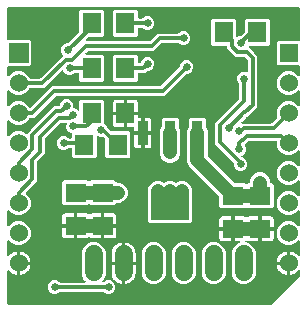
<source format=gbr>
G04 EAGLE Gerber X2 export*
%TF.Part,Single*%
%TF.FileFunction,Copper,L2,Bot,Mixed*%
%TF.FilePolarity,Positive*%
%TF.GenerationSoftware,Autodesk,EAGLE,8.7.1*%
%TF.CreationDate,2018-09-06T08:27:59Z*%
G75*
%MOMM*%
%FSLAX34Y34*%
%LPD*%
%AMOC8*
5,1,8,0,0,1.08239X$1,22.5*%
G01*
%ADD10R,1.676400X1.676400*%
%ADD11C,1.524000*%
%ADD12R,1.524000X1.524000*%
%ADD13R,1.600000X1.803000*%
%ADD14R,1.800000X1.600000*%
%ADD15C,1.524000*%
%ADD16R,0.939800X2.070100*%
%ADD17R,3.200400X2.070100*%
%ADD18C,1.219200*%
%ADD19C,0.654800*%
%ADD20C,0.304800*%

G36*
X227059Y3190D02*
X227059Y3190D01*
X227150Y3198D01*
X227180Y3210D01*
X227212Y3215D01*
X227293Y3258D01*
X227377Y3294D01*
X227409Y3320D01*
X227429Y3331D01*
X227452Y3354D01*
X227508Y3399D01*
X250601Y26492D01*
X250654Y26566D01*
X250714Y26636D01*
X250726Y26666D01*
X250745Y26692D01*
X250772Y26779D01*
X250806Y26864D01*
X250810Y26905D01*
X250817Y26927D01*
X250816Y26959D01*
X250824Y27031D01*
X250824Y31580D01*
X250823Y31588D01*
X250824Y31596D01*
X250803Y31709D01*
X250785Y31822D01*
X250781Y31829D01*
X250779Y31837D01*
X250723Y31938D01*
X250669Y32040D01*
X250664Y32045D01*
X250660Y32052D01*
X250575Y32130D01*
X250491Y32209D01*
X250484Y32213D01*
X250478Y32218D01*
X250373Y32264D01*
X250268Y32313D01*
X250260Y32314D01*
X250253Y32317D01*
X250138Y32327D01*
X250024Y32340D01*
X250016Y32338D01*
X250008Y32339D01*
X249895Y32312D01*
X249783Y32288D01*
X249776Y32284D01*
X249769Y32282D01*
X249671Y32221D01*
X249572Y32161D01*
X249567Y32155D01*
X249560Y32151D01*
X249447Y32027D01*
X249050Y31481D01*
X247919Y30350D01*
X246625Y29410D01*
X245200Y28684D01*
X243679Y28189D01*
X242823Y28054D01*
X242823Y37338D01*
X242820Y37358D01*
X242822Y37377D01*
X242800Y37479D01*
X242783Y37581D01*
X242774Y37598D01*
X242770Y37618D01*
X242717Y37707D01*
X242668Y37798D01*
X242654Y37812D01*
X242644Y37829D01*
X242565Y37896D01*
X242490Y37967D01*
X242472Y37976D01*
X242457Y37989D01*
X242361Y38027D01*
X242267Y38071D01*
X242247Y38073D01*
X242229Y38081D01*
X242062Y38099D01*
X241299Y38099D01*
X241299Y38101D01*
X242062Y38101D01*
X242082Y38104D01*
X242101Y38102D01*
X242203Y38124D01*
X242305Y38141D01*
X242322Y38150D01*
X242342Y38154D01*
X242431Y38207D01*
X242522Y38256D01*
X242536Y38270D01*
X242553Y38280D01*
X242620Y38359D01*
X242691Y38434D01*
X242700Y38452D01*
X242713Y38467D01*
X242752Y38563D01*
X242795Y38657D01*
X242797Y38677D01*
X242805Y38695D01*
X242823Y38862D01*
X242823Y48146D01*
X243679Y48011D01*
X245200Y47516D01*
X246625Y46790D01*
X247919Y45850D01*
X249050Y44719D01*
X249447Y44173D01*
X249453Y44167D01*
X249457Y44160D01*
X249540Y44081D01*
X249622Y44000D01*
X249629Y43996D01*
X249635Y43991D01*
X249739Y43942D01*
X249843Y43892D01*
X249851Y43891D01*
X249858Y43887D01*
X249972Y43875D01*
X250087Y43859D01*
X250095Y43861D01*
X250102Y43860D01*
X250215Y43885D01*
X250328Y43907D01*
X250335Y43911D01*
X250343Y43912D01*
X250442Y43972D01*
X250542Y44028D01*
X250547Y44034D01*
X250554Y44039D01*
X250629Y44126D01*
X250706Y44212D01*
X250709Y44219D01*
X250714Y44225D01*
X250757Y44332D01*
X250802Y44438D01*
X250803Y44446D01*
X250806Y44454D01*
X250824Y44620D01*
X250824Y56817D01*
X250813Y56888D01*
X250811Y56959D01*
X250793Y57008D01*
X250785Y57060D01*
X250751Y57123D01*
X250726Y57190D01*
X250694Y57231D01*
X250669Y57277D01*
X250617Y57326D01*
X250573Y57382D01*
X250529Y57411D01*
X250491Y57447D01*
X250426Y57477D01*
X250366Y57515D01*
X250315Y57528D01*
X250268Y57550D01*
X250197Y57558D01*
X250127Y57576D01*
X250075Y57571D01*
X250024Y57577D01*
X249953Y57562D01*
X249882Y57556D01*
X249834Y57536D01*
X249783Y57525D01*
X249722Y57488D01*
X249656Y57460D01*
X249600Y57415D01*
X249572Y57399D01*
X249557Y57381D01*
X249525Y57355D01*
X247056Y54886D01*
X243321Y53339D01*
X239279Y53339D01*
X235544Y54886D01*
X232686Y57744D01*
X231139Y61479D01*
X231139Y65521D01*
X232686Y69256D01*
X235544Y72114D01*
X239279Y73661D01*
X243321Y73661D01*
X247056Y72114D01*
X249525Y69645D01*
X249583Y69603D01*
X249635Y69553D01*
X249682Y69532D01*
X249724Y69501D01*
X249793Y69480D01*
X249858Y69450D01*
X249910Y69444D01*
X249960Y69429D01*
X250031Y69431D01*
X250102Y69423D01*
X250153Y69434D01*
X250205Y69435D01*
X250273Y69460D01*
X250343Y69475D01*
X250388Y69502D01*
X250436Y69520D01*
X250492Y69564D01*
X250554Y69601D01*
X250588Y69641D01*
X250628Y69673D01*
X250667Y69734D01*
X250714Y69788D01*
X250733Y69836D01*
X250761Y69880D01*
X250779Y69950D01*
X250806Y70016D01*
X250814Y70088D01*
X250822Y70119D01*
X250820Y70142D01*
X250824Y70183D01*
X250824Y82217D01*
X250813Y82288D01*
X250811Y82359D01*
X250793Y82408D01*
X250785Y82460D01*
X250751Y82523D01*
X250726Y82590D01*
X250694Y82631D01*
X250669Y82677D01*
X250617Y82726D01*
X250573Y82782D01*
X250529Y82811D01*
X250491Y82847D01*
X250426Y82877D01*
X250366Y82915D01*
X250315Y82928D01*
X250268Y82950D01*
X250197Y82958D01*
X250127Y82976D01*
X250075Y82971D01*
X250024Y82977D01*
X249953Y82962D01*
X249882Y82956D01*
X249834Y82936D01*
X249783Y82925D01*
X249722Y82888D01*
X249656Y82860D01*
X249600Y82815D01*
X249572Y82799D01*
X249557Y82781D01*
X249525Y82755D01*
X247056Y80286D01*
X243321Y78739D01*
X239279Y78739D01*
X235544Y80286D01*
X232686Y83144D01*
X231139Y86879D01*
X231139Y90921D01*
X232686Y94656D01*
X235544Y97514D01*
X239279Y99061D01*
X243321Y99061D01*
X247056Y97514D01*
X249525Y95045D01*
X249583Y95003D01*
X249635Y94953D01*
X249682Y94932D01*
X249724Y94901D01*
X249793Y94880D01*
X249858Y94850D01*
X249910Y94844D01*
X249960Y94829D01*
X250031Y94831D01*
X250102Y94823D01*
X250153Y94834D01*
X250205Y94835D01*
X250273Y94860D01*
X250343Y94875D01*
X250388Y94902D01*
X250436Y94920D01*
X250492Y94964D01*
X250554Y95001D01*
X250588Y95041D01*
X250628Y95073D01*
X250667Y95134D01*
X250714Y95188D01*
X250733Y95236D01*
X250761Y95280D01*
X250779Y95350D01*
X250806Y95416D01*
X250814Y95488D01*
X250822Y95519D01*
X250820Y95542D01*
X250824Y95583D01*
X250824Y107617D01*
X250813Y107688D01*
X250811Y107759D01*
X250793Y107808D01*
X250785Y107860D01*
X250751Y107923D01*
X250726Y107990D01*
X250694Y108031D01*
X250669Y108077D01*
X250617Y108126D01*
X250573Y108182D01*
X250529Y108211D01*
X250491Y108247D01*
X250426Y108277D01*
X250366Y108315D01*
X250315Y108328D01*
X250268Y108350D01*
X250197Y108358D01*
X250127Y108376D01*
X250075Y108371D01*
X250024Y108377D01*
X249953Y108362D01*
X249882Y108356D01*
X249834Y108336D01*
X249783Y108325D01*
X249722Y108288D01*
X249656Y108260D01*
X249600Y108215D01*
X249572Y108199D01*
X249557Y108181D01*
X249525Y108155D01*
X247056Y105686D01*
X243321Y104139D01*
X239279Y104139D01*
X235544Y105686D01*
X232686Y108544D01*
X231139Y112279D01*
X231139Y116321D01*
X232686Y120056D01*
X235544Y122914D01*
X239279Y124461D01*
X243321Y124461D01*
X247056Y122914D01*
X249525Y120445D01*
X249583Y120403D01*
X249635Y120353D01*
X249682Y120332D01*
X249724Y120301D01*
X249793Y120280D01*
X249858Y120250D01*
X249910Y120244D01*
X249960Y120229D01*
X250031Y120231D01*
X250102Y120223D01*
X250153Y120234D01*
X250205Y120235D01*
X250273Y120260D01*
X250343Y120275D01*
X250388Y120302D01*
X250436Y120320D01*
X250492Y120364D01*
X250554Y120401D01*
X250588Y120441D01*
X250628Y120473D01*
X250667Y120534D01*
X250714Y120588D01*
X250733Y120636D01*
X250761Y120680D01*
X250779Y120750D01*
X250806Y120816D01*
X250814Y120888D01*
X250822Y120919D01*
X250820Y120942D01*
X250824Y120983D01*
X250824Y133017D01*
X250813Y133088D01*
X250811Y133159D01*
X250793Y133208D01*
X250785Y133260D01*
X250751Y133323D01*
X250726Y133390D01*
X250694Y133431D01*
X250669Y133477D01*
X250617Y133526D01*
X250573Y133582D01*
X250529Y133611D01*
X250491Y133647D01*
X250426Y133677D01*
X250366Y133715D01*
X250315Y133728D01*
X250268Y133750D01*
X250197Y133758D01*
X250127Y133776D01*
X250075Y133771D01*
X250024Y133777D01*
X249953Y133762D01*
X249882Y133756D01*
X249834Y133736D01*
X249783Y133725D01*
X249722Y133688D01*
X249656Y133660D01*
X249600Y133615D01*
X249572Y133599D01*
X249557Y133581D01*
X249525Y133555D01*
X247056Y131086D01*
X243321Y129539D01*
X239279Y129539D01*
X235544Y131086D01*
X232686Y133944D01*
X231139Y137679D01*
X231139Y141224D01*
X231136Y141244D01*
X231138Y141263D01*
X231116Y141365D01*
X231100Y141467D01*
X231090Y141484D01*
X231086Y141504D01*
X231033Y141593D01*
X230984Y141684D01*
X230970Y141698D01*
X230960Y141715D01*
X230881Y141782D01*
X230806Y141854D01*
X230788Y141862D01*
X230773Y141875D01*
X230677Y141914D01*
X230583Y141957D01*
X230563Y141959D01*
X230545Y141967D01*
X230378Y141985D01*
X207956Y141985D01*
X207866Y141971D01*
X207775Y141963D01*
X207746Y141951D01*
X207714Y141946D01*
X207633Y141903D01*
X207549Y141867D01*
X207517Y141841D01*
X207496Y141830D01*
X207474Y141807D01*
X207418Y141762D01*
X204460Y138804D01*
X204392Y138709D01*
X204322Y138615D01*
X204320Y138609D01*
X204316Y138604D01*
X204282Y138493D01*
X204245Y138381D01*
X204245Y138375D01*
X204244Y138369D01*
X204247Y138252D01*
X204248Y138135D01*
X204250Y138128D01*
X204250Y138123D01*
X204256Y138106D01*
X204295Y137974D01*
X205205Y135777D01*
X205205Y133463D01*
X204319Y131326D01*
X202684Y129691D01*
X201620Y129250D01*
X201581Y129226D01*
X201537Y129210D01*
X201477Y129161D01*
X201411Y129120D01*
X201381Y129085D01*
X201345Y129056D01*
X201303Y128991D01*
X201254Y128931D01*
X201237Y128888D01*
X201212Y128849D01*
X201193Y128774D01*
X201166Y128701D01*
X201164Y128655D01*
X201152Y128610D01*
X201158Y128533D01*
X201155Y128455D01*
X201168Y128411D01*
X201172Y128365D01*
X201202Y128294D01*
X201224Y128219D01*
X201250Y128181D01*
X201268Y128139D01*
X201353Y128033D01*
X201364Y128017D01*
X201368Y128014D01*
X201373Y128008D01*
X201423Y127958D01*
X201497Y127904D01*
X201505Y127898D01*
X201530Y127874D01*
X201540Y127868D01*
X201567Y127845D01*
X201597Y127833D01*
X201623Y127814D01*
X201657Y127804D01*
X201677Y127793D01*
X203954Y126849D01*
X205589Y125214D01*
X206475Y123077D01*
X206475Y120763D01*
X205589Y118626D01*
X203954Y116991D01*
X201817Y116105D01*
X199503Y116105D01*
X197366Y116991D01*
X195731Y118626D01*
X194845Y120763D01*
X194845Y122724D01*
X194844Y122730D01*
X194844Y122731D01*
X194843Y122736D01*
X194831Y122814D01*
X194823Y122905D01*
X194811Y122934D01*
X194806Y122966D01*
X194763Y123047D01*
X194727Y123131D01*
X194701Y123163D01*
X194690Y123184D01*
X194667Y123206D01*
X194622Y123262D01*
X179097Y138787D01*
X179097Y157123D01*
X198912Y176938D01*
X198965Y177012D01*
X199025Y177082D01*
X199037Y177112D01*
X199056Y177138D01*
X199083Y177225D01*
X199117Y177310D01*
X199121Y177351D01*
X199128Y177373D01*
X199127Y177405D01*
X199135Y177476D01*
X199135Y190026D01*
X199121Y190116D01*
X199113Y190207D01*
X199101Y190237D01*
X199096Y190269D01*
X199053Y190350D01*
X199017Y190433D01*
X198991Y190466D01*
X198980Y190486D01*
X198957Y190508D01*
X198912Y190564D01*
X198271Y191206D01*
X197385Y193343D01*
X197385Y195657D01*
X198271Y197794D01*
X199906Y199429D01*
X202043Y200315D01*
X204357Y200315D01*
X205703Y199757D01*
X205747Y199747D01*
X205789Y199727D01*
X205866Y199719D01*
X205942Y199701D01*
X205988Y199705D01*
X206033Y199700D01*
X206110Y199717D01*
X206187Y199724D01*
X206229Y199743D01*
X206274Y199752D01*
X206341Y199792D01*
X206412Y199824D01*
X206446Y199855D01*
X206485Y199879D01*
X206536Y199938D01*
X206593Y199990D01*
X206615Y200031D01*
X206645Y200066D01*
X206674Y200138D01*
X206711Y200206D01*
X206720Y200251D01*
X206737Y200294D01*
X206752Y200430D01*
X206755Y200448D01*
X206754Y200453D01*
X206755Y200460D01*
X206755Y210091D01*
X206741Y210181D01*
X206733Y210272D01*
X206721Y210302D01*
X206716Y210334D01*
X206673Y210414D01*
X206637Y210498D01*
X206611Y210530D01*
X206600Y210551D01*
X206577Y210573D01*
X206532Y210629D01*
X204279Y212882D01*
X204205Y212935D01*
X204136Y212995D01*
X204106Y213007D01*
X204080Y213026D01*
X203993Y213053D01*
X203908Y213087D01*
X203867Y213091D01*
X203844Y213098D01*
X203812Y213097D01*
X203741Y213105D01*
X196219Y213105D01*
X189257Y220067D01*
X189257Y221363D01*
X189254Y221383D01*
X189256Y221402D01*
X189234Y221504D01*
X189218Y221606D01*
X189208Y221623D01*
X189204Y221643D01*
X189151Y221732D01*
X189102Y221823D01*
X189088Y221837D01*
X189078Y221854D01*
X188999Y221921D01*
X188924Y221993D01*
X188906Y222001D01*
X188891Y222014D01*
X188795Y222053D01*
X188701Y222096D01*
X188681Y222098D01*
X188663Y222106D01*
X188496Y222124D01*
X177388Y222124D01*
X175899Y223613D01*
X175899Y243747D01*
X177388Y245236D01*
X195492Y245236D01*
X196981Y243747D01*
X196981Y230699D01*
X196988Y230654D01*
X196986Y230608D01*
X197008Y230533D01*
X197020Y230456D01*
X197042Y230416D01*
X197055Y230372D01*
X197099Y230308D01*
X197136Y230239D01*
X197169Y230207D01*
X197195Y230170D01*
X197258Y230123D01*
X197314Y230070D01*
X197356Y230050D01*
X197392Y230023D01*
X197466Y229999D01*
X197537Y229966D01*
X197583Y229961D01*
X197626Y229947D01*
X197704Y229947D01*
X197781Y229939D01*
X197826Y229949D01*
X197872Y229949D01*
X198004Y229987D01*
X198022Y229991D01*
X198026Y229994D01*
X198033Y229996D01*
X199503Y230605D01*
X200411Y230605D01*
X200501Y230619D01*
X200592Y230627D01*
X200622Y230639D01*
X200654Y230644D01*
X200734Y230687D01*
X200818Y230723D01*
X200850Y230749D01*
X200871Y230760D01*
X200893Y230783D01*
X200949Y230828D01*
X204116Y233995D01*
X204169Y234069D01*
X204229Y234138D01*
X204241Y234168D01*
X204260Y234194D01*
X204287Y234281D01*
X204321Y234366D01*
X204325Y234407D01*
X204332Y234430D01*
X204331Y234462D01*
X204339Y234533D01*
X204339Y243747D01*
X205828Y245236D01*
X223932Y245236D01*
X225421Y243747D01*
X225421Y223613D01*
X223932Y222124D01*
X208372Y222124D01*
X208301Y222113D01*
X208229Y222111D01*
X208181Y222093D01*
X208129Y222085D01*
X208066Y222051D01*
X207998Y222026D01*
X207958Y221994D01*
X207912Y221969D01*
X207862Y221917D01*
X207806Y221873D01*
X207778Y221829D01*
X207742Y221791D01*
X207712Y221726D01*
X207673Y221666D01*
X207661Y221615D01*
X207639Y221568D01*
X207631Y221497D01*
X207613Y221427D01*
X207617Y221375D01*
X207612Y221324D01*
X207627Y221253D01*
X207633Y221182D01*
X207653Y221134D01*
X207664Y221083D01*
X207701Y221022D01*
X207729Y220956D01*
X207774Y220900D01*
X207790Y220872D01*
X207808Y220857D01*
X207834Y220825D01*
X212281Y216378D01*
X214885Y213774D01*
X214885Y170702D01*
X212281Y168098D01*
X208532Y164350D01*
X205928Y161746D01*
X205910Y161746D01*
X205819Y161731D01*
X205729Y161724D01*
X205699Y161711D01*
X205667Y161706D01*
X205586Y161663D01*
X205502Y161628D01*
X205470Y161602D01*
X205449Y161591D01*
X205427Y161568D01*
X205371Y161523D01*
X201613Y157764D01*
X201571Y157706D01*
X201521Y157654D01*
X201499Y157607D01*
X201469Y157565D01*
X201448Y157496D01*
X201418Y157431D01*
X201412Y157379D01*
X201397Y157329D01*
X201399Y157258D01*
X201391Y157187D01*
X201402Y157136D01*
X201403Y157084D01*
X201428Y157016D01*
X201443Y156946D01*
X201470Y156902D01*
X201488Y156853D01*
X201532Y156797D01*
X201569Y156735D01*
X201609Y156701D01*
X201641Y156661D01*
X201702Y156622D01*
X201756Y156575D01*
X201804Y156556D01*
X201848Y156528D01*
X201918Y156510D01*
X201984Y156483D01*
X202056Y156475D01*
X202087Y156467D01*
X202110Y156469D01*
X202151Y156465D01*
X226601Y156465D01*
X226691Y156479D01*
X226782Y156487D01*
X226812Y156499D01*
X226844Y156504D01*
X226924Y156547D01*
X227008Y156583D01*
X227040Y156609D01*
X227061Y156620D01*
X227083Y156643D01*
X227139Y156688D01*
X231480Y161028D01*
X231548Y161123D01*
X231618Y161217D01*
X231620Y161223D01*
X231624Y161228D01*
X231657Y161338D01*
X231694Y161451D01*
X231694Y161457D01*
X231696Y161463D01*
X231693Y161580D01*
X231692Y161697D01*
X231690Y161704D01*
X231690Y161709D01*
X231683Y161726D01*
X231645Y161858D01*
X231139Y163079D01*
X231139Y167121D01*
X232686Y170856D01*
X235544Y173714D01*
X239279Y175261D01*
X243321Y175261D01*
X247056Y173714D01*
X249525Y171245D01*
X249583Y171203D01*
X249635Y171153D01*
X249682Y171132D01*
X249724Y171101D01*
X249793Y171080D01*
X249858Y171050D01*
X249910Y171044D01*
X249960Y171029D01*
X250031Y171031D01*
X250102Y171023D01*
X250153Y171034D01*
X250205Y171035D01*
X250273Y171060D01*
X250343Y171075D01*
X250388Y171102D01*
X250436Y171120D01*
X250492Y171164D01*
X250554Y171201D01*
X250588Y171241D01*
X250628Y171273D01*
X250667Y171334D01*
X250714Y171388D01*
X250733Y171436D01*
X250761Y171480D01*
X250779Y171550D01*
X250806Y171616D01*
X250814Y171688D01*
X250822Y171719D01*
X250820Y171742D01*
X250824Y171783D01*
X250824Y183817D01*
X250813Y183888D01*
X250811Y183959D01*
X250793Y184008D01*
X250785Y184060D01*
X250751Y184123D01*
X250726Y184190D01*
X250694Y184231D01*
X250669Y184277D01*
X250617Y184326D01*
X250573Y184382D01*
X250529Y184411D01*
X250491Y184447D01*
X250426Y184477D01*
X250366Y184515D01*
X250315Y184528D01*
X250268Y184550D01*
X250197Y184558D01*
X250127Y184576D01*
X250075Y184571D01*
X250024Y184577D01*
X249953Y184562D01*
X249882Y184556D01*
X249834Y184536D01*
X249783Y184525D01*
X249722Y184488D01*
X249656Y184460D01*
X249600Y184415D01*
X249572Y184399D01*
X249557Y184381D01*
X249525Y184355D01*
X247056Y181886D01*
X243321Y180339D01*
X239279Y180339D01*
X235544Y181886D01*
X232686Y184744D01*
X231139Y188479D01*
X231139Y192521D01*
X232686Y196256D01*
X235544Y199114D01*
X239279Y200661D01*
X243321Y200661D01*
X247056Y199114D01*
X249525Y196645D01*
X249583Y196603D01*
X249635Y196553D01*
X249682Y196532D01*
X249724Y196501D01*
X249793Y196480D01*
X249858Y196450D01*
X249910Y196444D01*
X249960Y196429D01*
X250031Y196431D01*
X250102Y196423D01*
X250153Y196434D01*
X250205Y196435D01*
X250273Y196460D01*
X250343Y196475D01*
X250388Y196502D01*
X250436Y196520D01*
X250492Y196564D01*
X250554Y196601D01*
X250588Y196641D01*
X250628Y196673D01*
X250667Y196734D01*
X250714Y196788D01*
X250733Y196836D01*
X250761Y196880D01*
X250779Y196950D01*
X250806Y197016D01*
X250814Y197088D01*
X250822Y197119D01*
X250820Y197142D01*
X250824Y197183D01*
X250824Y204978D01*
X250821Y204998D01*
X250823Y205017D01*
X250801Y205119D01*
X250785Y205221D01*
X250775Y205238D01*
X250771Y205258D01*
X250718Y205347D01*
X250669Y205438D01*
X250655Y205452D01*
X250645Y205469D01*
X250566Y205536D01*
X250491Y205608D01*
X250473Y205616D01*
X250458Y205629D01*
X250362Y205668D01*
X250268Y205711D01*
X250248Y205713D01*
X250230Y205721D01*
X250063Y205739D01*
X232628Y205739D01*
X231139Y207228D01*
X231139Y224572D01*
X232628Y226061D01*
X250063Y226061D01*
X250083Y226064D01*
X250102Y226062D01*
X250204Y226084D01*
X250306Y226100D01*
X250323Y226110D01*
X250343Y226114D01*
X250432Y226167D01*
X250523Y226216D01*
X250537Y226230D01*
X250554Y226240D01*
X250621Y226319D01*
X250693Y226394D01*
X250701Y226412D01*
X250714Y226427D01*
X250753Y226523D01*
X250796Y226617D01*
X250798Y226637D01*
X250806Y226655D01*
X250824Y226822D01*
X250824Y254000D01*
X250821Y254020D01*
X250823Y254039D01*
X250801Y254141D01*
X250785Y254243D01*
X250775Y254260D01*
X250771Y254280D01*
X250718Y254369D01*
X250669Y254460D01*
X250655Y254474D01*
X250645Y254491D01*
X250566Y254558D01*
X250491Y254630D01*
X250473Y254638D01*
X250458Y254651D01*
X250362Y254690D01*
X250268Y254733D01*
X250248Y254735D01*
X250230Y254743D01*
X250063Y254761D01*
X3937Y254761D01*
X3917Y254758D01*
X3898Y254760D01*
X3796Y254738D01*
X3694Y254721D01*
X3677Y254712D01*
X3657Y254708D01*
X3568Y254655D01*
X3477Y254606D01*
X3463Y254592D01*
X3446Y254582D01*
X3379Y254503D01*
X3307Y254428D01*
X3299Y254410D01*
X3286Y254395D01*
X3247Y254299D01*
X3204Y254205D01*
X3202Y254185D01*
X3194Y254167D01*
X3176Y254000D01*
X3176Y227584D01*
X3179Y227564D01*
X3177Y227545D01*
X3199Y227443D01*
X3215Y227341D01*
X3225Y227324D01*
X3229Y227304D01*
X3282Y227215D01*
X3331Y227124D01*
X3345Y227110D01*
X3355Y227093D01*
X3434Y227026D01*
X3509Y226954D01*
X3527Y226946D01*
X3542Y226933D01*
X3638Y226894D01*
X3732Y226851D01*
X3752Y226849D01*
X3770Y226841D01*
X3937Y226823D01*
X22134Y226823D01*
X23623Y225334D01*
X23623Y206466D01*
X22134Y204977D01*
X3937Y204977D01*
X3917Y204974D01*
X3898Y204976D01*
X3796Y204954D01*
X3694Y204938D01*
X3677Y204928D01*
X3657Y204924D01*
X3568Y204871D01*
X3477Y204822D01*
X3463Y204808D01*
X3446Y204798D01*
X3379Y204719D01*
X3307Y204644D01*
X3299Y204626D01*
X3286Y204611D01*
X3247Y204515D01*
X3204Y204421D01*
X3202Y204401D01*
X3194Y204383D01*
X3176Y204216D01*
X3176Y197183D01*
X3187Y197112D01*
X3189Y197041D01*
X3207Y196992D01*
X3215Y196940D01*
X3249Y196877D01*
X3274Y196810D01*
X3306Y196769D01*
X3331Y196723D01*
X3383Y196674D01*
X3427Y196618D01*
X3471Y196589D01*
X3509Y196553D01*
X3574Y196523D01*
X3634Y196485D01*
X3685Y196472D01*
X3732Y196450D01*
X3803Y196442D01*
X3873Y196424D01*
X3925Y196429D01*
X3976Y196423D01*
X4047Y196438D01*
X4118Y196444D01*
X4166Y196464D01*
X4217Y196475D01*
X4278Y196512D01*
X4344Y196540D01*
X4400Y196585D01*
X4428Y196601D01*
X4443Y196619D01*
X4475Y196645D01*
X6944Y199114D01*
X10679Y200661D01*
X14721Y200661D01*
X18456Y199114D01*
X21314Y196256D01*
X21820Y195035D01*
X21881Y194935D01*
X21941Y194835D01*
X21946Y194831D01*
X21949Y194826D01*
X22040Y194751D01*
X22128Y194675D01*
X22134Y194673D01*
X22139Y194669D01*
X22247Y194627D01*
X22356Y194583D01*
X22364Y194582D01*
X22368Y194581D01*
X22387Y194580D01*
X22523Y194565D01*
X30804Y194565D01*
X30894Y194579D01*
X30985Y194587D01*
X31014Y194599D01*
X31046Y194604D01*
X31127Y194647D01*
X31211Y194683D01*
X31243Y194709D01*
X31264Y194720D01*
X31286Y194743D01*
X31342Y194788D01*
X50152Y213598D01*
X50164Y213614D01*
X50179Y213627D01*
X50235Y213714D01*
X50296Y213798D01*
X50302Y213817D01*
X50312Y213834D01*
X50338Y213934D01*
X50368Y214033D01*
X50368Y214053D01*
X50372Y214072D01*
X50364Y214175D01*
X50362Y214279D01*
X50355Y214297D01*
X50353Y214317D01*
X50313Y214412D01*
X50277Y214510D01*
X50265Y214525D01*
X50257Y214544D01*
X50152Y214675D01*
X49680Y215146D01*
X48795Y217283D01*
X48795Y219597D01*
X49681Y221734D01*
X51316Y223369D01*
X53453Y224255D01*
X54361Y224255D01*
X54451Y224269D01*
X54542Y224277D01*
X54572Y224289D01*
X54604Y224294D01*
X54684Y224337D01*
X54768Y224373D01*
X54800Y224399D01*
X54821Y224410D01*
X54843Y224433D01*
X54899Y224478D01*
X63916Y233495D01*
X63969Y233569D01*
X64029Y233638D01*
X64041Y233668D01*
X64060Y233694D01*
X64087Y233781D01*
X64121Y233866D01*
X64125Y233907D01*
X64132Y233929D01*
X64131Y233962D01*
X64139Y234033D01*
X64139Y251367D01*
X65628Y252856D01*
X83732Y252856D01*
X85221Y251367D01*
X85221Y231233D01*
X83732Y229744D01*
X71978Y229744D01*
X71888Y229730D01*
X71797Y229722D01*
X71767Y229710D01*
X71735Y229705D01*
X71655Y229662D01*
X71571Y229626D01*
X71539Y229600D01*
X71518Y229589D01*
X71496Y229566D01*
X71440Y229521D01*
X69533Y227614D01*
X69491Y227556D01*
X69441Y227504D01*
X69419Y227457D01*
X69389Y227415D01*
X69368Y227346D01*
X69338Y227281D01*
X69332Y227229D01*
X69317Y227179D01*
X69319Y227108D01*
X69311Y227037D01*
X69322Y226986D01*
X69323Y226934D01*
X69348Y226866D01*
X69363Y226796D01*
X69390Y226752D01*
X69408Y226703D01*
X69452Y226647D01*
X69489Y226585D01*
X69529Y226551D01*
X69561Y226511D01*
X69622Y226472D01*
X69676Y226425D01*
X69724Y226406D01*
X69768Y226378D01*
X69838Y226360D01*
X69904Y226333D01*
X69976Y226325D01*
X70007Y226317D01*
X70030Y226319D01*
X70071Y226315D01*
X123731Y226315D01*
X123821Y226329D01*
X123912Y226337D01*
X123942Y226349D01*
X123974Y226354D01*
X124054Y226397D01*
X124138Y226433D01*
X124170Y226459D01*
X124191Y226470D01*
X124213Y226493D01*
X124269Y226538D01*
X130396Y232665D01*
X147926Y232665D01*
X148016Y232679D01*
X148107Y232687D01*
X148137Y232699D01*
X148169Y232704D01*
X148250Y232747D01*
X148333Y232783D01*
X148366Y232809D01*
X148386Y232820D01*
X148408Y232843D01*
X148464Y232888D01*
X149106Y233529D01*
X151243Y234415D01*
X153557Y234415D01*
X155694Y233529D01*
X157329Y231894D01*
X158215Y229757D01*
X158215Y227443D01*
X157329Y225306D01*
X155694Y223671D01*
X153557Y222785D01*
X151243Y222785D01*
X149106Y223671D01*
X148464Y224312D01*
X148390Y224365D01*
X148321Y224425D01*
X148291Y224437D01*
X148265Y224456D01*
X148178Y224483D01*
X148093Y224517D01*
X148052Y224521D01*
X148030Y224528D01*
X147997Y224527D01*
X147926Y224535D01*
X134079Y224535D01*
X133989Y224521D01*
X133898Y224513D01*
X133868Y224501D01*
X133836Y224496D01*
X133756Y224453D01*
X133672Y224417D01*
X133640Y224391D01*
X133619Y224380D01*
X133597Y224357D01*
X133541Y224312D01*
X127414Y218185D01*
X71849Y218185D01*
X71759Y218171D01*
X71668Y218163D01*
X71638Y218151D01*
X71606Y218146D01*
X71526Y218103D01*
X71442Y218067D01*
X71409Y218041D01*
X71389Y218030D01*
X71367Y218007D01*
X71311Y217962D01*
X69404Y216055D01*
X69362Y215997D01*
X69312Y215945D01*
X69290Y215898D01*
X69260Y215856D01*
X69239Y215787D01*
X69209Y215722D01*
X69203Y215670D01*
X69188Y215620D01*
X69190Y215549D01*
X69182Y215478D01*
X69193Y215427D01*
X69194Y215375D01*
X69219Y215307D01*
X69234Y215237D01*
X69261Y215192D01*
X69279Y215144D01*
X69323Y215088D01*
X69360Y215026D01*
X69400Y214992D01*
X69432Y214952D01*
X69493Y214913D01*
X69547Y214866D01*
X69595Y214847D01*
X69639Y214819D01*
X69709Y214801D01*
X69775Y214774D01*
X69847Y214766D01*
X69878Y214758D01*
X69901Y214760D01*
X69942Y214756D01*
X83732Y214756D01*
X85221Y213267D01*
X85221Y193133D01*
X83732Y191644D01*
X65628Y191644D01*
X64139Y193133D01*
X64139Y198374D01*
X64136Y198394D01*
X64138Y198413D01*
X64116Y198515D01*
X64100Y198617D01*
X64090Y198634D01*
X64086Y198654D01*
X64033Y198743D01*
X63984Y198834D01*
X63970Y198848D01*
X63960Y198865D01*
X63881Y198932D01*
X63806Y199004D01*
X63788Y199012D01*
X63773Y199025D01*
X63677Y199064D01*
X63583Y199107D01*
X63563Y199109D01*
X63545Y199117D01*
X63378Y199135D01*
X60354Y199135D01*
X60264Y199121D01*
X60173Y199113D01*
X60143Y199101D01*
X60111Y199096D01*
X60030Y199053D01*
X59947Y199017D01*
X59914Y198991D01*
X59894Y198980D01*
X59872Y198957D01*
X59816Y198912D01*
X59174Y198271D01*
X57037Y197385D01*
X54723Y197385D01*
X52586Y198271D01*
X50951Y199906D01*
X50510Y200970D01*
X50486Y201009D01*
X50470Y201052D01*
X50421Y201113D01*
X50380Y201179D01*
X50345Y201209D01*
X50316Y201244D01*
X50251Y201287D01*
X50191Y201336D01*
X50148Y201353D01*
X50109Y201377D01*
X50034Y201396D01*
X49961Y201424D01*
X49915Y201426D01*
X49871Y201438D01*
X49793Y201432D01*
X49715Y201435D01*
X49671Y201422D01*
X49625Y201418D01*
X49554Y201388D01*
X49479Y201366D01*
X49441Y201340D01*
X49399Y201322D01*
X49292Y201237D01*
X49277Y201226D01*
X49274Y201222D01*
X49268Y201217D01*
X34486Y186435D01*
X22523Y186435D01*
X22408Y186416D01*
X22292Y186399D01*
X22286Y186397D01*
X22280Y186396D01*
X22178Y186341D01*
X22073Y186288D01*
X22068Y186283D01*
X22063Y186280D01*
X21983Y186196D01*
X21900Y186112D01*
X21897Y186106D01*
X21893Y186102D01*
X21886Y186085D01*
X21820Y185965D01*
X21314Y184744D01*
X18456Y181886D01*
X14721Y180339D01*
X10679Y180339D01*
X6944Y181886D01*
X4475Y184355D01*
X4417Y184397D01*
X4365Y184447D01*
X4318Y184468D01*
X4276Y184499D01*
X4207Y184520D01*
X4142Y184550D01*
X4090Y184556D01*
X4040Y184571D01*
X3969Y184569D01*
X3898Y184577D01*
X3847Y184566D01*
X3795Y184565D01*
X3727Y184540D01*
X3657Y184525D01*
X3612Y184498D01*
X3564Y184480D01*
X3508Y184436D01*
X3446Y184399D01*
X3412Y184359D01*
X3372Y184327D01*
X3333Y184266D01*
X3286Y184212D01*
X3267Y184164D01*
X3239Y184120D01*
X3221Y184050D01*
X3194Y183984D01*
X3186Y183912D01*
X3178Y183881D01*
X3180Y183858D01*
X3176Y183817D01*
X3176Y171783D01*
X3187Y171712D01*
X3189Y171641D01*
X3207Y171592D01*
X3215Y171540D01*
X3249Y171477D01*
X3274Y171410D01*
X3306Y171369D01*
X3331Y171323D01*
X3383Y171274D01*
X3427Y171218D01*
X3471Y171189D01*
X3509Y171153D01*
X3574Y171123D01*
X3634Y171085D01*
X3685Y171072D01*
X3732Y171050D01*
X3803Y171042D01*
X3873Y171024D01*
X3925Y171029D01*
X3976Y171023D01*
X4047Y171038D01*
X4118Y171044D01*
X4166Y171064D01*
X4217Y171075D01*
X4278Y171112D01*
X4344Y171140D01*
X4400Y171185D01*
X4428Y171201D01*
X4443Y171219D01*
X4475Y171245D01*
X6944Y173714D01*
X10679Y175261D01*
X14721Y175261D01*
X18456Y173714D01*
X21314Y170856D01*
X21622Y170112D01*
X21646Y170073D01*
X21662Y170029D01*
X21711Y169969D01*
X21752Y169903D01*
X21787Y169873D01*
X21816Y169837D01*
X21881Y169795D01*
X21941Y169746D01*
X21984Y169729D01*
X22023Y169704D01*
X22098Y169685D01*
X22171Y169658D01*
X22217Y169656D01*
X22261Y169644D01*
X22339Y169650D01*
X22416Y169647D01*
X22461Y169660D01*
X22506Y169664D01*
X22578Y169694D01*
X22653Y169716D01*
X22690Y169742D01*
X22733Y169760D01*
X22839Y169845D01*
X22855Y169856D01*
X22858Y169860D01*
X22864Y169865D01*
X41214Y188215D01*
X132621Y188215D01*
X132711Y188229D01*
X132802Y188237D01*
X132832Y188249D01*
X132864Y188254D01*
X132944Y188297D01*
X133028Y188333D01*
X133060Y188359D01*
X133081Y188370D01*
X133103Y188393D01*
X133159Y188438D01*
X148902Y204181D01*
X148955Y204255D01*
X149015Y204324D01*
X149027Y204354D01*
X149046Y204380D01*
X149073Y204467D01*
X149107Y204552D01*
X149111Y204593D01*
X149118Y204616D01*
X149117Y204648D01*
X149125Y204719D01*
X149125Y205627D01*
X150011Y207764D01*
X151646Y209399D01*
X153783Y210285D01*
X156097Y210285D01*
X158234Y209399D01*
X159869Y207764D01*
X160755Y205627D01*
X160755Y203313D01*
X159869Y201176D01*
X158234Y199541D01*
X156097Y198655D01*
X155189Y198655D01*
X155099Y198641D01*
X155008Y198633D01*
X154978Y198621D01*
X154946Y198616D01*
X154866Y198573D01*
X154782Y198537D01*
X154750Y198511D01*
X154729Y198500D01*
X154707Y198477D01*
X154651Y198432D01*
X136304Y180085D01*
X44896Y180085D01*
X44806Y180071D01*
X44715Y180063D01*
X44686Y180051D01*
X44654Y180046D01*
X44573Y180003D01*
X44489Y179967D01*
X44457Y179941D01*
X44436Y179930D01*
X44414Y179907D01*
X44358Y179862D01*
X25531Y161035D01*
X22523Y161035D01*
X22408Y161016D01*
X22292Y160999D01*
X22286Y160997D01*
X22280Y160996D01*
X22178Y160941D01*
X22073Y160888D01*
X22068Y160883D01*
X22063Y160880D01*
X21983Y160796D01*
X21900Y160712D01*
X21897Y160706D01*
X21893Y160702D01*
X21886Y160685D01*
X21820Y160565D01*
X21314Y159344D01*
X18456Y156486D01*
X14721Y154939D01*
X10679Y154939D01*
X6944Y156486D01*
X4475Y158955D01*
X4417Y158997D01*
X4365Y159047D01*
X4318Y159068D01*
X4276Y159099D01*
X4207Y159120D01*
X4142Y159150D01*
X4090Y159156D01*
X4040Y159171D01*
X3969Y159169D01*
X3898Y159177D01*
X3847Y159166D01*
X3795Y159165D01*
X3727Y159140D01*
X3657Y159125D01*
X3612Y159098D01*
X3564Y159080D01*
X3508Y159036D01*
X3446Y158999D01*
X3412Y158959D01*
X3372Y158927D01*
X3333Y158866D01*
X3286Y158812D01*
X3267Y158764D01*
X3239Y158720D01*
X3221Y158650D01*
X3194Y158584D01*
X3186Y158512D01*
X3178Y158481D01*
X3180Y158458D01*
X3176Y158417D01*
X3176Y146383D01*
X3187Y146312D01*
X3189Y146241D01*
X3207Y146192D01*
X3215Y146140D01*
X3249Y146077D01*
X3274Y146010D01*
X3306Y145969D01*
X3331Y145923D01*
X3383Y145874D01*
X3427Y145818D01*
X3471Y145789D01*
X3509Y145753D01*
X3574Y145723D01*
X3634Y145685D01*
X3685Y145672D01*
X3732Y145650D01*
X3803Y145642D01*
X3873Y145624D01*
X3925Y145629D01*
X3976Y145623D01*
X4047Y145638D01*
X4118Y145644D01*
X4166Y145664D01*
X4217Y145675D01*
X4278Y145712D01*
X4344Y145740D01*
X4400Y145785D01*
X4428Y145801D01*
X4443Y145819D01*
X4475Y145845D01*
X6944Y148314D01*
X10679Y149861D01*
X14721Y149861D01*
X18456Y148314D01*
X19020Y147750D01*
X19078Y147708D01*
X19130Y147658D01*
X19177Y147637D01*
X19219Y147606D01*
X19288Y147585D01*
X19353Y147555D01*
X19405Y147549D01*
X19455Y147534D01*
X19526Y147536D01*
X19597Y147528D01*
X19648Y147539D01*
X19700Y147540D01*
X19768Y147565D01*
X19838Y147580D01*
X19883Y147607D01*
X19931Y147625D01*
X19987Y147669D01*
X20049Y147706D01*
X20083Y147746D01*
X20123Y147778D01*
X20162Y147839D01*
X20209Y147893D01*
X20228Y147941D01*
X20256Y147985D01*
X20274Y148055D01*
X20301Y148121D01*
X20309Y148192D01*
X20317Y148224D01*
X20315Y148247D01*
X20317Y148268D01*
X22923Y150874D01*
X40388Y168339D01*
X42992Y170943D01*
X46764Y170943D01*
X46784Y170946D01*
X46803Y170944D01*
X46905Y170966D01*
X47007Y170982D01*
X47024Y170992D01*
X47044Y170996D01*
X47133Y171049D01*
X47224Y171098D01*
X47238Y171112D01*
X47255Y171122D01*
X47322Y171201D01*
X47394Y171276D01*
X47402Y171294D01*
X47415Y171309D01*
X47454Y171405D01*
X47497Y171499D01*
X47499Y171519D01*
X47507Y171537D01*
X47525Y171704D01*
X47525Y172607D01*
X48411Y174744D01*
X50046Y176379D01*
X52183Y177265D01*
X54497Y177265D01*
X56634Y176379D01*
X58269Y174744D01*
X59155Y172607D01*
X59155Y170328D01*
X59174Y170213D01*
X59191Y170097D01*
X59193Y170092D01*
X59194Y170085D01*
X59249Y169983D01*
X59302Y169878D01*
X59307Y169874D01*
X59310Y169868D01*
X59394Y169788D01*
X59478Y169706D01*
X59484Y169702D01*
X59488Y169699D01*
X59505Y169691D01*
X59625Y169625D01*
X61714Y168759D01*
X62840Y167634D01*
X62898Y167592D01*
X62950Y167542D01*
X62997Y167520D01*
X63039Y167490D01*
X63108Y167469D01*
X63173Y167439D01*
X63225Y167433D01*
X63275Y167418D01*
X63346Y167420D01*
X63417Y167412D01*
X63468Y167423D01*
X63520Y167424D01*
X63588Y167449D01*
X63658Y167464D01*
X63703Y167491D01*
X63751Y167508D01*
X63807Y167553D01*
X63869Y167590D01*
X63903Y167630D01*
X63943Y167662D01*
X63982Y167722D01*
X64029Y167777D01*
X64048Y167825D01*
X64076Y167869D01*
X64094Y167939D01*
X64121Y168005D01*
X64129Y168076D01*
X64137Y168108D01*
X64135Y168131D01*
X64139Y168172D01*
X64139Y175167D01*
X65628Y176656D01*
X83732Y176656D01*
X85221Y175167D01*
X85221Y156457D01*
X85240Y156342D01*
X85257Y156226D01*
X85259Y156221D01*
X85260Y156214D01*
X85315Y156112D01*
X85368Y156007D01*
X85373Y156003D01*
X85376Y155997D01*
X85460Y155917D01*
X85544Y155835D01*
X85550Y155831D01*
X85554Y155828D01*
X85571Y155820D01*
X85691Y155754D01*
X85844Y155690D01*
X87479Y154055D01*
X87836Y153194D01*
X87870Y153139D01*
X87896Y153078D01*
X87948Y153014D01*
X87965Y152985D01*
X87980Y152973D01*
X88001Y152948D01*
X88727Y152222D01*
X90740Y150209D01*
X90814Y150156D01*
X90883Y150096D01*
X90913Y150084D01*
X90939Y150065D01*
X91026Y150038D01*
X91111Y150004D01*
X91152Y150000D01*
X91175Y149993D01*
X91207Y149994D01*
X91278Y149986D01*
X105822Y149986D01*
X107311Y148497D01*
X107311Y128363D01*
X105822Y126874D01*
X87718Y126874D01*
X86229Y128363D01*
X86229Y142907D01*
X86215Y142997D01*
X86207Y143088D01*
X86195Y143118D01*
X86190Y143150D01*
X86147Y143230D01*
X86111Y143314D01*
X86085Y143347D01*
X86074Y143367D01*
X86051Y143389D01*
X86006Y143445D01*
X84631Y144821D01*
X84537Y144888D01*
X84442Y144959D01*
X84436Y144960D01*
X84431Y144964D01*
X84320Y144998D01*
X84209Y145035D01*
X84202Y145035D01*
X84196Y145036D01*
X84080Y145033D01*
X83963Y145032D01*
X83955Y145030D01*
X83950Y145030D01*
X83933Y145024D01*
X83801Y144986D01*
X83707Y144946D01*
X81393Y144946D01*
X79923Y145555D01*
X79879Y145566D01*
X79837Y145585D01*
X79760Y145594D01*
X79684Y145611D01*
X79638Y145607D01*
X79593Y145612D01*
X79516Y145596D01*
X79439Y145588D01*
X79397Y145570D01*
X79352Y145560D01*
X79285Y145520D01*
X79214Y145488D01*
X79180Y145457D01*
X79141Y145434D01*
X79090Y145375D01*
X79033Y145322D01*
X79011Y145282D01*
X78981Y145247D01*
X78952Y145175D01*
X78915Y145106D01*
X78906Y145061D01*
X78889Y145019D01*
X78874Y144883D01*
X78871Y144864D01*
X78872Y144859D01*
X78871Y144852D01*
X78871Y128363D01*
X77382Y126874D01*
X59278Y126874D01*
X57789Y128363D01*
X57789Y134874D01*
X57786Y134893D01*
X57788Y134911D01*
X57788Y134912D01*
X57788Y134913D01*
X57766Y135015D01*
X57750Y135117D01*
X57740Y135134D01*
X57736Y135154D01*
X57683Y135243D01*
X57634Y135334D01*
X57620Y135348D01*
X57610Y135365D01*
X57531Y135432D01*
X57456Y135504D01*
X57438Y135512D01*
X57423Y135525D01*
X57327Y135564D01*
X57233Y135607D01*
X57213Y135609D01*
X57195Y135617D01*
X57028Y135635D01*
X55274Y135635D01*
X55184Y135621D01*
X55093Y135613D01*
X55063Y135601D01*
X55031Y135596D01*
X54950Y135553D01*
X54867Y135517D01*
X54834Y135491D01*
X54814Y135480D01*
X54812Y135479D01*
X54812Y135478D01*
X54791Y135457D01*
X54736Y135412D01*
X54094Y134771D01*
X51957Y133885D01*
X49643Y133885D01*
X47506Y134771D01*
X45871Y136406D01*
X44985Y138543D01*
X44985Y140857D01*
X45871Y142994D01*
X47506Y144629D01*
X49643Y145515D01*
X51957Y145515D01*
X54094Y144629D01*
X54736Y143988D01*
X54810Y143935D01*
X54879Y143875D01*
X54909Y143863D01*
X54935Y143844D01*
X55022Y143817D01*
X55107Y143783D01*
X55148Y143779D01*
X55170Y143772D01*
X55203Y143773D01*
X55274Y143765D01*
X57028Y143765D01*
X57048Y143768D01*
X57067Y143766D01*
X57169Y143788D01*
X57271Y143804D01*
X57288Y143814D01*
X57308Y143818D01*
X57397Y143871D01*
X57488Y143920D01*
X57502Y143934D01*
X57519Y143944D01*
X57586Y144023D01*
X57658Y144098D01*
X57666Y144116D01*
X57679Y144131D01*
X57718Y144227D01*
X57761Y144321D01*
X57763Y144341D01*
X57771Y144359D01*
X57789Y144526D01*
X57789Y147528D01*
X57770Y147642D01*
X57753Y147759D01*
X57751Y147764D01*
X57750Y147770D01*
X57695Y147873D01*
X57642Y147978D01*
X57637Y147982D01*
X57634Y147988D01*
X57550Y148068D01*
X57466Y148150D01*
X57460Y148154D01*
X57456Y148157D01*
X57439Y148165D01*
X57319Y148231D01*
X55408Y149023D01*
X53773Y150658D01*
X52887Y152795D01*
X52887Y155109D01*
X53328Y156173D01*
X53339Y156217D01*
X53358Y156259D01*
X53366Y156336D01*
X53384Y156412D01*
X53380Y156458D01*
X53385Y156503D01*
X53368Y156580D01*
X53361Y156657D01*
X53342Y156699D01*
X53333Y156744D01*
X53293Y156811D01*
X53261Y156882D01*
X53230Y156916D01*
X53207Y156955D01*
X53147Y157006D01*
X53095Y157063D01*
X53054Y157085D01*
X53020Y157115D01*
X52947Y157144D01*
X52879Y157181D01*
X52834Y157190D01*
X52791Y157207D01*
X52656Y157222D01*
X52637Y157225D01*
X52632Y157224D01*
X52625Y157225D01*
X48989Y157225D01*
X48899Y157211D01*
X48808Y157203D01*
X48778Y157191D01*
X48746Y157186D01*
X48666Y157143D01*
X48582Y157107D01*
X48550Y157081D01*
X48529Y157070D01*
X48507Y157047D01*
X48451Y157002D01*
X35276Y143827D01*
X35223Y143753D01*
X35163Y143684D01*
X35151Y143654D01*
X35132Y143628D01*
X35105Y143541D01*
X35071Y143456D01*
X35067Y143415D01*
X35060Y143392D01*
X35061Y143360D01*
X35053Y143289D01*
X35053Y130904D01*
X28672Y124523D01*
X28619Y124449D01*
X28559Y124380D01*
X28547Y124350D01*
X28528Y124324D01*
X28501Y124237D01*
X28467Y124152D01*
X28463Y124111D01*
X28456Y124088D01*
X28457Y124056D01*
X28449Y123985D01*
X28449Y107777D01*
X18859Y98187D01*
X18847Y98171D01*
X18832Y98158D01*
X18776Y98071D01*
X18716Y97987D01*
X18710Y97968D01*
X18699Y97951D01*
X18673Y97851D01*
X18643Y97752D01*
X18644Y97732D01*
X18639Y97713D01*
X18647Y97610D01*
X18650Y97506D01*
X18656Y97487D01*
X18658Y97468D01*
X18698Y97373D01*
X18734Y97275D01*
X18746Y97260D01*
X18754Y97241D01*
X18859Y97110D01*
X21314Y94656D01*
X22861Y90921D01*
X22861Y86879D01*
X21314Y83144D01*
X18456Y80286D01*
X14721Y78739D01*
X10679Y78739D01*
X6944Y80286D01*
X4475Y82755D01*
X4417Y82797D01*
X4365Y82847D01*
X4318Y82868D01*
X4276Y82899D01*
X4207Y82920D01*
X4142Y82950D01*
X4090Y82956D01*
X4040Y82971D01*
X3969Y82969D01*
X3898Y82977D01*
X3847Y82966D01*
X3795Y82965D01*
X3727Y82940D01*
X3657Y82925D01*
X3612Y82898D01*
X3564Y82880D01*
X3508Y82836D01*
X3446Y82799D01*
X3412Y82759D01*
X3372Y82727D01*
X3333Y82666D01*
X3286Y82612D01*
X3267Y82564D01*
X3239Y82520D01*
X3221Y82450D01*
X3194Y82384D01*
X3186Y82312D01*
X3178Y82281D01*
X3180Y82258D01*
X3176Y82217D01*
X3176Y70183D01*
X3187Y70112D01*
X3189Y70041D01*
X3207Y69992D01*
X3215Y69940D01*
X3249Y69877D01*
X3274Y69810D01*
X3306Y69769D01*
X3331Y69723D01*
X3383Y69674D01*
X3427Y69618D01*
X3471Y69589D01*
X3509Y69553D01*
X3574Y69523D01*
X3634Y69485D01*
X3685Y69472D01*
X3732Y69450D01*
X3803Y69442D01*
X3873Y69424D01*
X3925Y69429D01*
X3976Y69423D01*
X4047Y69438D01*
X4118Y69444D01*
X4166Y69464D01*
X4217Y69475D01*
X4278Y69512D01*
X4344Y69540D01*
X4400Y69585D01*
X4428Y69601D01*
X4443Y69619D01*
X4475Y69645D01*
X6944Y72114D01*
X10679Y73661D01*
X14721Y73661D01*
X18456Y72114D01*
X21314Y69256D01*
X22861Y65521D01*
X22861Y61479D01*
X21314Y57744D01*
X18456Y54886D01*
X14721Y53339D01*
X10679Y53339D01*
X6944Y54886D01*
X4475Y57355D01*
X4417Y57397D01*
X4365Y57447D01*
X4318Y57468D01*
X4276Y57499D01*
X4207Y57520D01*
X4142Y57550D01*
X4090Y57556D01*
X4040Y57571D01*
X3969Y57569D01*
X3898Y57577D01*
X3847Y57566D01*
X3795Y57565D01*
X3727Y57540D01*
X3657Y57525D01*
X3612Y57498D01*
X3564Y57480D01*
X3508Y57436D01*
X3446Y57399D01*
X3412Y57359D01*
X3372Y57327D01*
X3333Y57266D01*
X3286Y57212D01*
X3267Y57164D01*
X3239Y57120D01*
X3221Y57050D01*
X3194Y56984D01*
X3186Y56912D01*
X3178Y56881D01*
X3180Y56858D01*
X3176Y56817D01*
X3176Y44620D01*
X3177Y44612D01*
X3176Y44604D01*
X3197Y44491D01*
X3215Y44378D01*
X3219Y44371D01*
X3221Y44363D01*
X3277Y44262D01*
X3331Y44160D01*
X3336Y44155D01*
X3340Y44148D01*
X3425Y44070D01*
X3509Y43991D01*
X3516Y43987D01*
X3522Y43982D01*
X3627Y43936D01*
X3732Y43887D01*
X3740Y43886D01*
X3747Y43883D01*
X3862Y43873D01*
X3976Y43860D01*
X3984Y43862D01*
X3992Y43861D01*
X4105Y43888D01*
X4217Y43912D01*
X4224Y43916D01*
X4231Y43918D01*
X4329Y43979D01*
X4428Y44039D01*
X4433Y44045D01*
X4440Y44049D01*
X4553Y44173D01*
X4950Y44719D01*
X6081Y45850D01*
X7375Y46790D01*
X8800Y47516D01*
X10321Y48011D01*
X11177Y48146D01*
X11177Y38862D01*
X11180Y38842D01*
X11178Y38823D01*
X11200Y38721D01*
X11217Y38619D01*
X11226Y38602D01*
X11230Y38582D01*
X11283Y38493D01*
X11332Y38402D01*
X11346Y38388D01*
X11356Y38371D01*
X11435Y38304D01*
X11510Y38233D01*
X11528Y38224D01*
X11543Y38211D01*
X11639Y38173D01*
X11733Y38129D01*
X11753Y38127D01*
X11771Y38119D01*
X11938Y38101D01*
X12701Y38101D01*
X12701Y38099D01*
X11938Y38099D01*
X11918Y38096D01*
X11899Y38098D01*
X11797Y38076D01*
X11695Y38059D01*
X11678Y38050D01*
X11658Y38046D01*
X11569Y37993D01*
X11478Y37944D01*
X11464Y37930D01*
X11447Y37920D01*
X11380Y37841D01*
X11309Y37766D01*
X11300Y37748D01*
X11287Y37733D01*
X11248Y37637D01*
X11205Y37543D01*
X11203Y37523D01*
X11195Y37505D01*
X11177Y37338D01*
X11177Y28054D01*
X10321Y28189D01*
X8800Y28684D01*
X7375Y29410D01*
X6081Y30350D01*
X4950Y31481D01*
X4553Y32027D01*
X4547Y32033D01*
X4543Y32040D01*
X4460Y32119D01*
X4378Y32200D01*
X4371Y32204D01*
X4365Y32209D01*
X4261Y32258D01*
X4157Y32308D01*
X4149Y32309D01*
X4142Y32313D01*
X4028Y32325D01*
X3913Y32341D01*
X3905Y32339D01*
X3898Y32340D01*
X3785Y32315D01*
X3672Y32293D01*
X3665Y32289D01*
X3657Y32288D01*
X3558Y32228D01*
X3458Y32172D01*
X3453Y32166D01*
X3446Y32161D01*
X3371Y32074D01*
X3294Y31988D01*
X3291Y31981D01*
X3286Y31975D01*
X3243Y31868D01*
X3198Y31762D01*
X3197Y31754D01*
X3194Y31746D01*
X3176Y31580D01*
X3176Y3937D01*
X3179Y3917D01*
X3177Y3898D01*
X3199Y3796D01*
X3215Y3694D01*
X3225Y3677D01*
X3229Y3657D01*
X3282Y3568D01*
X3331Y3477D01*
X3345Y3463D01*
X3355Y3446D01*
X3434Y3379D01*
X3509Y3307D01*
X3527Y3299D01*
X3542Y3286D01*
X3638Y3247D01*
X3732Y3204D01*
X3752Y3202D01*
X3770Y3194D01*
X3937Y3176D01*
X226969Y3176D01*
X227059Y3190D01*
G37*
%LPC*%
G36*
X184258Y84739D02*
X184258Y84739D01*
X182769Y86228D01*
X182769Y94291D01*
X182755Y94381D01*
X182747Y94472D01*
X182735Y94502D01*
X182730Y94534D01*
X182687Y94615D01*
X182651Y94699D01*
X182625Y94731D01*
X182614Y94751D01*
X182591Y94774D01*
X182546Y94830D01*
X159299Y118077D01*
X156762Y120614D01*
X155447Y123788D01*
X155447Y150244D01*
X156786Y153477D01*
X156801Y153541D01*
X156826Y153602D01*
X156835Y153685D01*
X156842Y153717D01*
X156841Y153736D01*
X156844Y153769D01*
X156844Y159929D01*
X158333Y161418D01*
X169835Y161418D01*
X171324Y159929D01*
X171324Y153769D01*
X171334Y153704D01*
X171335Y153638D01*
X171358Y153558D01*
X171363Y153526D01*
X171373Y153509D01*
X171382Y153477D01*
X172721Y150244D01*
X172721Y129399D01*
X172735Y129309D01*
X172743Y129218D01*
X172755Y129188D01*
X172760Y129156D01*
X172803Y129075D01*
X172839Y128991D01*
X172865Y128959D01*
X172876Y128939D01*
X172899Y128916D01*
X172944Y128861D01*
X195760Y106044D01*
X195834Y105991D01*
X195904Y105931D01*
X195934Y105919D01*
X195960Y105900D01*
X196047Y105873D01*
X196132Y105839D01*
X196173Y105835D01*
X196195Y105828D01*
X196227Y105829D01*
X196299Y105821D01*
X204362Y105821D01*
X205202Y104981D01*
X205218Y104970D01*
X205230Y104954D01*
X205318Y104898D01*
X205401Y104838D01*
X205420Y104832D01*
X205437Y104821D01*
X205538Y104796D01*
X205637Y104766D01*
X205656Y104766D01*
X205676Y104761D01*
X205779Y104769D01*
X205882Y104772D01*
X205901Y104779D01*
X205921Y104780D01*
X206016Y104821D01*
X206113Y104856D01*
X206129Y104869D01*
X206147Y104877D01*
X206278Y104981D01*
X207118Y105821D01*
X207772Y105821D01*
X207792Y105824D01*
X207811Y105822D01*
X207913Y105844D01*
X208015Y105860D01*
X208032Y105870D01*
X208052Y105874D01*
X208141Y105927D01*
X208232Y105976D01*
X208246Y105990D01*
X208263Y106000D01*
X208330Y106079D01*
X208402Y106154D01*
X208410Y106172D01*
X208423Y106187D01*
X208462Y106283D01*
X208505Y106377D01*
X208507Y106397D01*
X208515Y106415D01*
X208533Y106582D01*
X208533Y108082D01*
X209848Y111256D01*
X212278Y113686D01*
X215452Y115001D01*
X218888Y115001D01*
X222062Y113686D01*
X224492Y111256D01*
X225807Y108082D01*
X225807Y106582D01*
X225810Y106562D01*
X225808Y106543D01*
X225830Y106441D01*
X225846Y106339D01*
X225856Y106322D01*
X225860Y106302D01*
X225913Y106213D01*
X225962Y106122D01*
X225976Y106108D01*
X225986Y106091D01*
X226065Y106024D01*
X226140Y105952D01*
X226158Y105944D01*
X226173Y105931D01*
X226269Y105892D01*
X226363Y105849D01*
X226383Y105847D01*
X226401Y105839D01*
X226568Y105821D01*
X227222Y105821D01*
X228711Y104332D01*
X228711Y86228D01*
X227222Y84739D01*
X207118Y84739D01*
X206278Y85579D01*
X206262Y85590D01*
X206250Y85606D01*
X206162Y85662D01*
X206079Y85722D01*
X206060Y85728D01*
X206043Y85739D01*
X205942Y85764D01*
X205843Y85794D01*
X205824Y85794D01*
X205804Y85799D01*
X205701Y85791D01*
X205598Y85788D01*
X205579Y85781D01*
X205559Y85780D01*
X205464Y85739D01*
X205367Y85704D01*
X205351Y85691D01*
X205333Y85683D01*
X205202Y85579D01*
X204362Y84739D01*
X184258Y84739D01*
G37*
%LPD*%
%LPC*%
G36*
X123916Y72262D02*
X123916Y72262D01*
X122427Y73751D01*
X122427Y92831D01*
X122417Y92896D01*
X122416Y92961D01*
X122393Y93041D01*
X122388Y93074D01*
X122378Y93091D01*
X122369Y93122D01*
X122173Y93596D01*
X122173Y100778D01*
X123488Y103952D01*
X125918Y106382D01*
X129092Y107697D01*
X132528Y107697D01*
X135599Y106425D01*
X135687Y106404D01*
X135774Y106376D01*
X135807Y106376D01*
X135838Y106369D01*
X135929Y106377D01*
X136020Y106378D01*
X136060Y106390D01*
X136083Y106392D01*
X136112Y106405D01*
X136181Y106425D01*
X139252Y107697D01*
X142688Y107697D01*
X145759Y106425D01*
X145847Y106404D01*
X145934Y106376D01*
X145967Y106376D01*
X145998Y106369D01*
X146089Y106377D01*
X146180Y106378D01*
X146220Y106390D01*
X146243Y106392D01*
X146272Y106405D01*
X146341Y106425D01*
X149412Y107697D01*
X152848Y107697D01*
X156022Y106382D01*
X158452Y103952D01*
X159767Y100778D01*
X159767Y93596D01*
X159571Y93122D01*
X159556Y93058D01*
X159531Y92998D01*
X159522Y92915D01*
X159515Y92883D01*
X159516Y92863D01*
X159513Y92831D01*
X159513Y73751D01*
X158024Y72262D01*
X123916Y72262D01*
G37*
%LPD*%
%LPC*%
G36*
X42023Y11965D02*
X42023Y11965D01*
X39886Y12851D01*
X38251Y14486D01*
X37365Y16623D01*
X37365Y18937D01*
X38251Y21074D01*
X39886Y22709D01*
X42023Y23595D01*
X44337Y23595D01*
X46474Y22709D01*
X47116Y22068D01*
X47190Y22015D01*
X47259Y21955D01*
X47289Y21943D01*
X47315Y21924D01*
X47402Y21897D01*
X47487Y21863D01*
X47528Y21859D01*
X47550Y21852D01*
X47583Y21853D01*
X47654Y21845D01*
X68628Y21845D01*
X68699Y21856D01*
X68770Y21858D01*
X68819Y21876D01*
X68871Y21884D01*
X68934Y21918D01*
X69001Y21943D01*
X69042Y21975D01*
X69088Y22000D01*
X69137Y22052D01*
X69193Y22096D01*
X69222Y22140D01*
X69258Y22178D01*
X69288Y22243D01*
X69326Y22303D01*
X69339Y22354D01*
X69361Y22401D01*
X69369Y22472D01*
X69387Y22542D01*
X69382Y22594D01*
X69388Y22645D01*
X69373Y22716D01*
X69367Y22787D01*
X69347Y22835D01*
X69336Y22886D01*
X69299Y22947D01*
X69271Y23013D01*
X69226Y23069D01*
X69210Y23097D01*
X69192Y23112D01*
X69166Y23144D01*
X67586Y24724D01*
X66039Y28459D01*
X66039Y47741D01*
X67586Y51476D01*
X70444Y54334D01*
X74179Y55881D01*
X78221Y55881D01*
X81956Y54334D01*
X84814Y51476D01*
X86361Y47741D01*
X86361Y28459D01*
X84814Y24724D01*
X83234Y23144D01*
X83192Y23086D01*
X83142Y23034D01*
X83121Y22987D01*
X83090Y22945D01*
X83069Y22876D01*
X83039Y22811D01*
X83033Y22759D01*
X83018Y22709D01*
X83020Y22638D01*
X83012Y22567D01*
X83023Y22516D01*
X83024Y22464D01*
X83049Y22396D01*
X83064Y22326D01*
X83091Y22281D01*
X83109Y22233D01*
X83153Y22177D01*
X83190Y22115D01*
X83230Y22081D01*
X83262Y22041D01*
X83323Y22002D01*
X83377Y21955D01*
X83425Y21936D01*
X83469Y21908D01*
X83539Y21890D01*
X83605Y21863D01*
X83677Y21855D01*
X83708Y21847D01*
X83731Y21849D01*
X83772Y21845D01*
X84426Y21845D01*
X84516Y21859D01*
X84607Y21867D01*
X84637Y21879D01*
X84669Y21884D01*
X84750Y21927D01*
X84833Y21963D01*
X84866Y21989D01*
X84886Y22000D01*
X84908Y22023D01*
X84964Y22068D01*
X85606Y22709D01*
X87743Y23595D01*
X90057Y23595D01*
X92194Y22709D01*
X93829Y21074D01*
X94715Y18937D01*
X94715Y16623D01*
X93829Y14486D01*
X92194Y12851D01*
X90057Y11965D01*
X87743Y11965D01*
X85606Y12851D01*
X84964Y13492D01*
X84890Y13545D01*
X84821Y13605D01*
X84791Y13617D01*
X84765Y13636D01*
X84678Y13663D01*
X84593Y13697D01*
X84552Y13701D01*
X84530Y13708D01*
X84497Y13707D01*
X84426Y13715D01*
X47654Y13715D01*
X47564Y13701D01*
X47473Y13693D01*
X47443Y13681D01*
X47411Y13676D01*
X47330Y13633D01*
X47247Y13597D01*
X47214Y13571D01*
X47194Y13560D01*
X47172Y13537D01*
X47116Y13492D01*
X46474Y12851D01*
X44337Y11965D01*
X42023Y11965D01*
G37*
%LPD*%
%LPC*%
G36*
X50908Y87279D02*
X50908Y87279D01*
X49419Y88768D01*
X49419Y106872D01*
X50908Y108361D01*
X71012Y108361D01*
X71852Y107521D01*
X71868Y107510D01*
X71880Y107494D01*
X71968Y107438D01*
X72051Y107378D01*
X72070Y107372D01*
X72087Y107361D01*
X72188Y107336D01*
X72287Y107306D01*
X72306Y107306D01*
X72326Y107301D01*
X72429Y107309D01*
X72532Y107312D01*
X72551Y107319D01*
X72571Y107320D01*
X72666Y107361D01*
X72763Y107396D01*
X72779Y107409D01*
X72797Y107417D01*
X72928Y107521D01*
X73768Y108361D01*
X93872Y108361D01*
X95553Y106680D01*
X95627Y106627D01*
X95697Y106567D01*
X95727Y106555D01*
X95753Y106536D01*
X95840Y106509D01*
X95925Y106475D01*
X95966Y106471D01*
X95988Y106464D01*
X96020Y106465D01*
X96092Y106457D01*
X98208Y106457D01*
X101382Y105142D01*
X103842Y102682D01*
X105157Y99508D01*
X105157Y96072D01*
X103842Y92898D01*
X101412Y90468D01*
X98238Y89153D01*
X96062Y89153D01*
X95972Y89139D01*
X95881Y89131D01*
X95851Y89119D01*
X95819Y89114D01*
X95738Y89071D01*
X95654Y89035D01*
X95622Y89009D01*
X95602Y88998D01*
X95579Y88975D01*
X95523Y88930D01*
X93872Y87279D01*
X73768Y87279D01*
X72928Y88119D01*
X72912Y88130D01*
X72900Y88146D01*
X72812Y88202D01*
X72729Y88262D01*
X72710Y88268D01*
X72693Y88279D01*
X72592Y88304D01*
X72493Y88334D01*
X72474Y88334D01*
X72454Y88339D01*
X72351Y88331D01*
X72248Y88328D01*
X72229Y88321D01*
X72209Y88320D01*
X72114Y88279D01*
X72017Y88244D01*
X72001Y88231D01*
X71983Y88223D01*
X71852Y88119D01*
X71012Y87279D01*
X50908Y87279D01*
G37*
%LPD*%
%LPC*%
G36*
X201179Y20319D02*
X201179Y20319D01*
X197444Y21866D01*
X194586Y24724D01*
X193039Y28459D01*
X193039Y47741D01*
X194586Y51476D01*
X197444Y54334D01*
X199716Y55275D01*
X199799Y55326D01*
X199885Y55372D01*
X199903Y55391D01*
X199925Y55404D01*
X199987Y55479D01*
X200054Y55550D01*
X200065Y55574D01*
X200082Y55594D01*
X200117Y55685D01*
X200158Y55773D01*
X200161Y55799D01*
X200170Y55823D01*
X200174Y55921D01*
X200185Y56017D01*
X200179Y56043D01*
X200180Y56069D01*
X200153Y56163D01*
X200133Y56258D01*
X200119Y56280D01*
X200112Y56305D01*
X200056Y56385D01*
X200006Y56469D01*
X199986Y56486D01*
X199972Y56507D01*
X199893Y56566D01*
X199819Y56629D01*
X199795Y56639D01*
X199774Y56654D01*
X199682Y56684D01*
X199591Y56721D01*
X199559Y56724D01*
X199540Y56730D01*
X199507Y56730D01*
X199425Y56739D01*
X195833Y56739D01*
X195833Y65757D01*
X215647Y65757D01*
X215647Y56739D01*
X207836Y56739D01*
X207189Y56912D01*
X206610Y57247D01*
X206278Y57579D01*
X206262Y57590D01*
X206250Y57606D01*
X206163Y57662D01*
X206079Y57722D01*
X206060Y57728D01*
X206043Y57739D01*
X205943Y57764D01*
X205844Y57794D01*
X205824Y57794D01*
X205804Y57799D01*
X205701Y57791D01*
X205598Y57788D01*
X205579Y57781D01*
X205559Y57780D01*
X205464Y57739D01*
X205367Y57704D01*
X205351Y57691D01*
X205333Y57683D01*
X205202Y57579D01*
X204803Y57180D01*
X204762Y57122D01*
X204712Y57070D01*
X204690Y57023D01*
X204660Y56981D01*
X204639Y56912D01*
X204609Y56847D01*
X204603Y56795D01*
X204587Y56745D01*
X204589Y56674D01*
X204581Y56603D01*
X204593Y56552D01*
X204594Y56500D01*
X204618Y56432D01*
X204634Y56362D01*
X204660Y56317D01*
X204678Y56269D01*
X204723Y56213D01*
X204760Y56151D01*
X204799Y56117D01*
X204832Y56077D01*
X204892Y56038D01*
X204947Y55991D01*
X204995Y55972D01*
X205039Y55944D01*
X205108Y55926D01*
X205175Y55899D01*
X205177Y55899D01*
X208956Y54334D01*
X211814Y51476D01*
X213361Y47741D01*
X213361Y28459D01*
X211814Y24724D01*
X208956Y21866D01*
X205221Y20319D01*
X201179Y20319D01*
G37*
%LPD*%
%LPC*%
G36*
X124979Y20319D02*
X124979Y20319D01*
X121244Y21866D01*
X118386Y24724D01*
X116839Y28459D01*
X116839Y47741D01*
X118386Y51476D01*
X121244Y54334D01*
X124979Y55881D01*
X129021Y55881D01*
X132756Y54334D01*
X135614Y51476D01*
X137161Y47741D01*
X137161Y28459D01*
X135614Y24724D01*
X132756Y21866D01*
X129021Y20319D01*
X124979Y20319D01*
G37*
%LPD*%
%LPC*%
G36*
X150379Y20319D02*
X150379Y20319D01*
X146644Y21866D01*
X143786Y24724D01*
X142239Y28459D01*
X142239Y47741D01*
X143786Y51476D01*
X146644Y54334D01*
X150379Y55881D01*
X154421Y55881D01*
X158156Y54334D01*
X161014Y51476D01*
X162561Y47741D01*
X162561Y28459D01*
X161014Y24724D01*
X158156Y21866D01*
X154421Y20319D01*
X150379Y20319D01*
G37*
%LPD*%
%LPC*%
G36*
X175779Y20319D02*
X175779Y20319D01*
X172044Y21866D01*
X169186Y24724D01*
X167639Y28459D01*
X167639Y47741D01*
X169186Y51476D01*
X172044Y54334D01*
X175779Y55881D01*
X179821Y55881D01*
X183556Y54334D01*
X186414Y51476D01*
X187961Y47741D01*
X187961Y28459D01*
X186414Y24724D01*
X183556Y21866D01*
X179821Y20319D01*
X175779Y20319D01*
G37*
%LPD*%
%LPC*%
G36*
X94068Y191644D02*
X94068Y191644D01*
X92579Y193133D01*
X92579Y213267D01*
X94068Y214756D01*
X112172Y214756D01*
X113661Y213267D01*
X113661Y208026D01*
X113664Y208006D01*
X113662Y207987D01*
X113684Y207885D01*
X113700Y207783D01*
X113710Y207766D01*
X113714Y207746D01*
X113767Y207657D01*
X113816Y207566D01*
X113830Y207552D01*
X113840Y207535D01*
X113919Y207468D01*
X113994Y207396D01*
X114012Y207388D01*
X114027Y207375D01*
X114123Y207336D01*
X114217Y207293D01*
X114237Y207291D01*
X114255Y207283D01*
X114422Y207265D01*
X115344Y207265D01*
X115364Y207268D01*
X115383Y207266D01*
X115485Y207288D01*
X115587Y207304D01*
X115604Y207314D01*
X115624Y207318D01*
X115713Y207371D01*
X115804Y207420D01*
X115818Y207434D01*
X115835Y207444D01*
X115902Y207523D01*
X115974Y207598D01*
X115982Y207616D01*
X115995Y207631D01*
X116034Y207727D01*
X116077Y207821D01*
X116079Y207841D01*
X116087Y207859D01*
X116105Y208026D01*
X116105Y208167D01*
X116991Y210304D01*
X118626Y211939D01*
X120763Y212825D01*
X123077Y212825D01*
X125214Y211939D01*
X126849Y210304D01*
X127735Y208167D01*
X127735Y205853D01*
X126849Y203716D01*
X125214Y202081D01*
X123077Y201195D01*
X122169Y201195D01*
X122079Y201181D01*
X121988Y201173D01*
X121958Y201161D01*
X121926Y201156D01*
X121846Y201113D01*
X121762Y201077D01*
X121730Y201051D01*
X121709Y201040D01*
X121687Y201017D01*
X121631Y200972D01*
X119794Y199135D01*
X114422Y199135D01*
X114402Y199132D01*
X114383Y199134D01*
X114281Y199112D01*
X114179Y199096D01*
X114162Y199086D01*
X114142Y199082D01*
X114053Y199029D01*
X113962Y198980D01*
X113948Y198966D01*
X113931Y198956D01*
X113864Y198877D01*
X113792Y198802D01*
X113784Y198784D01*
X113771Y198769D01*
X113732Y198673D01*
X113689Y198579D01*
X113687Y198559D01*
X113679Y198541D01*
X113661Y198374D01*
X113661Y193133D01*
X112172Y191644D01*
X94068Y191644D01*
G37*
%LPD*%
%LPC*%
G36*
X94068Y229744D02*
X94068Y229744D01*
X92579Y231233D01*
X92579Y251367D01*
X94068Y252856D01*
X112172Y252856D01*
X113661Y251367D01*
X113661Y246126D01*
X113664Y246106D01*
X113662Y246087D01*
X113684Y245985D01*
X113700Y245883D01*
X113710Y245866D01*
X113714Y245846D01*
X113767Y245757D01*
X113816Y245666D01*
X113830Y245652D01*
X113840Y245635D01*
X113919Y245568D01*
X113994Y245496D01*
X114012Y245488D01*
X114027Y245475D01*
X114123Y245436D01*
X114217Y245393D01*
X114237Y245391D01*
X114255Y245383D01*
X114422Y245365D01*
X117446Y245365D01*
X117536Y245379D01*
X117627Y245387D01*
X117657Y245399D01*
X117689Y245404D01*
X117770Y245447D01*
X117853Y245483D01*
X117886Y245509D01*
X117906Y245520D01*
X117928Y245543D01*
X117984Y245588D01*
X118626Y246229D01*
X120763Y247115D01*
X123077Y247115D01*
X125214Y246229D01*
X126849Y244594D01*
X127735Y242457D01*
X127735Y240143D01*
X126849Y238006D01*
X125214Y236371D01*
X123077Y235485D01*
X120763Y235485D01*
X118626Y236371D01*
X117984Y237012D01*
X117910Y237065D01*
X117841Y237125D01*
X117811Y237137D01*
X117785Y237156D01*
X117698Y237183D01*
X117613Y237217D01*
X117572Y237221D01*
X117550Y237228D01*
X117517Y237227D01*
X117446Y237235D01*
X114422Y237235D01*
X114402Y237232D01*
X114383Y237234D01*
X114281Y237212D01*
X114179Y237196D01*
X114162Y237186D01*
X114142Y237182D01*
X114053Y237129D01*
X113962Y237080D01*
X113948Y237066D01*
X113931Y237056D01*
X113864Y236977D01*
X113792Y236902D01*
X113784Y236884D01*
X113771Y236869D01*
X113732Y236773D01*
X113689Y236679D01*
X113687Y236659D01*
X113679Y236641D01*
X113661Y236474D01*
X113661Y231233D01*
X112172Y229744D01*
X94068Y229744D01*
G37*
%LPD*%
%LPC*%
G36*
X139252Y123443D02*
X139252Y123443D01*
X136078Y124758D01*
X133648Y127188D01*
X132333Y130362D01*
X132333Y150244D01*
X133672Y153477D01*
X133687Y153541D01*
X133712Y153602D01*
X133721Y153685D01*
X133728Y153717D01*
X133727Y153736D01*
X133730Y153769D01*
X133730Y159929D01*
X135219Y161418D01*
X146721Y161418D01*
X148210Y159929D01*
X148210Y153769D01*
X148220Y153704D01*
X148221Y153638D01*
X148244Y153558D01*
X148249Y153526D01*
X148259Y153509D01*
X148268Y153477D01*
X149607Y150244D01*
X149607Y130362D01*
X148292Y127188D01*
X145862Y124758D01*
X142688Y123443D01*
X139252Y123443D01*
G37*
%LPD*%
%LPC*%
G36*
X195833Y68803D02*
X195833Y68803D01*
X195833Y77821D01*
X203644Y77821D01*
X204291Y77648D01*
X204870Y77313D01*
X205202Y76981D01*
X205218Y76970D01*
X205230Y76954D01*
X205318Y76898D01*
X205401Y76838D01*
X205420Y76832D01*
X205437Y76821D01*
X205538Y76796D01*
X205637Y76766D01*
X205657Y76766D01*
X205676Y76761D01*
X205779Y76769D01*
X205882Y76772D01*
X205901Y76779D01*
X205921Y76780D01*
X206016Y76821D01*
X206113Y76856D01*
X206129Y76869D01*
X206147Y76877D01*
X206278Y76981D01*
X206610Y77313D01*
X207189Y77648D01*
X207836Y77821D01*
X215647Y77821D01*
X215647Y68803D01*
X195833Y68803D01*
G37*
%LPD*%
%LPC*%
G36*
X62483Y68297D02*
X62483Y68297D01*
X82297Y68297D01*
X82297Y59279D01*
X74486Y59279D01*
X73839Y59452D01*
X73260Y59787D01*
X72928Y60119D01*
X72912Y60130D01*
X72900Y60146D01*
X72812Y60202D01*
X72729Y60262D01*
X72710Y60268D01*
X72693Y60279D01*
X72592Y60304D01*
X72493Y60334D01*
X72473Y60334D01*
X72454Y60339D01*
X72351Y60331D01*
X72248Y60328D01*
X72229Y60321D01*
X72209Y60320D01*
X72114Y60279D01*
X72017Y60244D01*
X72001Y60231D01*
X71983Y60223D01*
X71852Y60119D01*
X71520Y59787D01*
X70941Y59452D01*
X70294Y59279D01*
X62483Y59279D01*
X62483Y68297D01*
G37*
%LPD*%
%LPC*%
G36*
X62483Y71343D02*
X62483Y71343D01*
X62483Y80361D01*
X70294Y80361D01*
X70941Y80188D01*
X71520Y79853D01*
X71852Y79521D01*
X71868Y79510D01*
X71880Y79494D01*
X71942Y79454D01*
X71993Y79411D01*
X72021Y79400D01*
X72051Y79378D01*
X72070Y79372D01*
X72087Y79361D01*
X72166Y79341D01*
X72221Y79319D01*
X72254Y79316D01*
X72286Y79306D01*
X72306Y79306D01*
X72326Y79301D01*
X72360Y79304D01*
X72388Y79301D01*
X72392Y79301D01*
X72447Y79310D01*
X72532Y79312D01*
X72551Y79319D01*
X72571Y79320D01*
X72608Y79336D01*
X72635Y79340D01*
X72689Y79369D01*
X72763Y79396D01*
X72779Y79409D01*
X72797Y79417D01*
X72833Y79445D01*
X72852Y79456D01*
X72873Y79477D01*
X72928Y79521D01*
X73260Y79853D01*
X73839Y80188D01*
X74486Y80361D01*
X82297Y80361D01*
X82297Y71343D01*
X62483Y71343D01*
G37*
%LPD*%
%LPC*%
G36*
X110616Y150050D02*
X110616Y150050D01*
X110616Y152783D01*
X110613Y152803D01*
X110615Y152822D01*
X110593Y152924D01*
X110577Y153026D01*
X110567Y153043D01*
X110563Y153063D01*
X110510Y153152D01*
X110461Y153243D01*
X110447Y153257D01*
X110437Y153274D01*
X110358Y153341D01*
X110283Y153413D01*
X110265Y153421D01*
X110250Y153434D01*
X110154Y153473D01*
X110060Y153516D01*
X110040Y153518D01*
X110022Y153526D01*
X109855Y153544D01*
X104643Y153544D01*
X104643Y163577D01*
X113661Y163577D01*
X113661Y162179D01*
X113664Y162159D01*
X113662Y162140D01*
X113684Y162038D01*
X113700Y161936D01*
X113710Y161919D01*
X113714Y161899D01*
X113767Y161810D01*
X113816Y161719D01*
X113830Y161705D01*
X113840Y161688D01*
X113919Y161621D01*
X113994Y161549D01*
X114012Y161541D01*
X114027Y161528D01*
X114123Y161489D01*
X114217Y161446D01*
X114237Y161444D01*
X114255Y161436D01*
X114422Y161418D01*
X116333Y161418D01*
X116333Y150050D01*
X110616Y150050D01*
G37*
%LPD*%
%LPC*%
G36*
X103123Y39623D02*
X103123Y39623D01*
X103123Y55766D01*
X103979Y55631D01*
X105500Y55136D01*
X106925Y54410D01*
X108219Y53470D01*
X109350Y52339D01*
X110290Y51045D01*
X111016Y49620D01*
X111511Y48099D01*
X111761Y46520D01*
X111761Y39623D01*
X103123Y39623D01*
G37*
%LPD*%
%LPC*%
G36*
X103123Y36577D02*
X103123Y36577D01*
X111761Y36577D01*
X111761Y29680D01*
X111511Y28101D01*
X111016Y26580D01*
X110290Y25155D01*
X109350Y23861D01*
X108219Y22730D01*
X106925Y21790D01*
X105500Y21064D01*
X103979Y20569D01*
X103123Y20434D01*
X103123Y36577D01*
G37*
%LPD*%
%LPC*%
G36*
X91439Y39623D02*
X91439Y39623D01*
X91439Y46520D01*
X91689Y48099D01*
X92184Y49620D01*
X92910Y51045D01*
X93850Y52339D01*
X94981Y53470D01*
X96275Y54410D01*
X97700Y55136D01*
X99221Y55631D01*
X100077Y55766D01*
X100077Y39623D01*
X91439Y39623D01*
G37*
%LPD*%
%LPC*%
G36*
X99221Y20569D02*
X99221Y20569D01*
X97700Y21064D01*
X96275Y21790D01*
X94981Y22730D01*
X93850Y23861D01*
X92910Y25155D01*
X92184Y26580D01*
X91689Y28101D01*
X91439Y29680D01*
X91439Y36577D01*
X100077Y36577D01*
X100077Y20434D01*
X99221Y20569D01*
G37*
%LPD*%
%LPC*%
G36*
X104643Y166623D02*
X104643Y166623D01*
X104643Y176656D01*
X111454Y176656D01*
X112101Y176483D01*
X112680Y176148D01*
X113153Y175675D01*
X113488Y175096D01*
X113661Y174449D01*
X113661Y166623D01*
X104643Y166623D01*
G37*
%LPD*%
%LPC*%
G36*
X92579Y166623D02*
X92579Y166623D01*
X92579Y174449D01*
X92752Y175096D01*
X93087Y175675D01*
X93560Y176148D01*
X94139Y176483D01*
X94786Y176656D01*
X101597Y176656D01*
X101597Y166623D01*
X92579Y166623D01*
G37*
%LPD*%
%LPC*%
G36*
X94786Y153544D02*
X94786Y153544D01*
X94139Y153717D01*
X93560Y154052D01*
X93087Y154525D01*
X92752Y155104D01*
X92579Y155751D01*
X92579Y163577D01*
X101597Y163577D01*
X101597Y153544D01*
X94786Y153544D01*
G37*
%LPD*%
%LPC*%
G36*
X218693Y68803D02*
X218693Y68803D01*
X218693Y77821D01*
X226504Y77821D01*
X227151Y77648D01*
X227730Y77313D01*
X228203Y76840D01*
X228538Y76261D01*
X228711Y75614D01*
X228711Y68803D01*
X218693Y68803D01*
G37*
%LPD*%
%LPC*%
G36*
X85343Y71343D02*
X85343Y71343D01*
X85343Y80361D01*
X93154Y80361D01*
X93801Y80188D01*
X94380Y79853D01*
X94853Y79380D01*
X95188Y78801D01*
X95361Y78154D01*
X95361Y71343D01*
X85343Y71343D01*
G37*
%LPD*%
%LPC*%
G36*
X85343Y68297D02*
X85343Y68297D01*
X95361Y68297D01*
X95361Y61486D01*
X95188Y60839D01*
X94853Y60260D01*
X94380Y59787D01*
X93801Y59452D01*
X93154Y59279D01*
X85343Y59279D01*
X85343Y68297D01*
G37*
%LPD*%
%LPC*%
G36*
X218693Y65757D02*
X218693Y65757D01*
X228711Y65757D01*
X228711Y58946D01*
X228538Y58299D01*
X228203Y57720D01*
X227730Y57247D01*
X227151Y56912D01*
X226504Y56739D01*
X218693Y56739D01*
X218693Y65757D01*
G37*
%LPD*%
%LPC*%
G36*
X182769Y68803D02*
X182769Y68803D01*
X182769Y75614D01*
X182942Y76261D01*
X183277Y76840D01*
X183750Y77313D01*
X184329Y77648D01*
X184976Y77821D01*
X192787Y77821D01*
X192787Y68803D01*
X182769Y68803D01*
G37*
%LPD*%
%LPC*%
G36*
X49419Y71343D02*
X49419Y71343D01*
X49419Y78154D01*
X49592Y78801D01*
X49927Y79380D01*
X50400Y79853D01*
X50979Y80188D01*
X51626Y80361D01*
X59437Y80361D01*
X59437Y71343D01*
X49419Y71343D01*
G37*
%LPD*%
%LPC*%
G36*
X51626Y59279D02*
X51626Y59279D01*
X50979Y59452D01*
X50400Y59787D01*
X49927Y60260D01*
X49592Y60839D01*
X49419Y61486D01*
X49419Y68297D01*
X59437Y68297D01*
X59437Y59279D01*
X51626Y59279D01*
G37*
%LPD*%
%LPC*%
G36*
X184976Y56739D02*
X184976Y56739D01*
X184329Y56912D01*
X183750Y57247D01*
X183277Y57720D01*
X182942Y58299D01*
X182769Y58946D01*
X182769Y65757D01*
X192787Y65757D01*
X192787Y56739D01*
X184976Y56739D01*
G37*
%LPD*%
%LPC*%
G36*
X119379Y150050D02*
X119379Y150050D01*
X119379Y161418D01*
X122889Y161418D01*
X123536Y161245D01*
X124115Y160910D01*
X124588Y160437D01*
X124923Y159858D01*
X125096Y159211D01*
X125096Y150050D01*
X119379Y150050D01*
G37*
%LPD*%
%LPC*%
G36*
X119379Y135635D02*
X119379Y135635D01*
X119379Y147003D01*
X125096Y147003D01*
X125096Y137842D01*
X124923Y137195D01*
X124588Y136616D01*
X124115Y136143D01*
X123536Y135808D01*
X122889Y135635D01*
X119379Y135635D01*
G37*
%LPD*%
%LPC*%
G36*
X112823Y135635D02*
X112823Y135635D01*
X112176Y135808D01*
X111597Y136143D01*
X111124Y136616D01*
X110789Y137195D01*
X110616Y137842D01*
X110616Y147003D01*
X116333Y147003D01*
X116333Y135635D01*
X112823Y135635D01*
G37*
%LPD*%
%LPC*%
G36*
X14223Y39623D02*
X14223Y39623D01*
X14223Y48146D01*
X15079Y48011D01*
X16600Y47516D01*
X18025Y46790D01*
X19319Y45850D01*
X20450Y44719D01*
X21390Y43425D01*
X22116Y42000D01*
X22611Y40479D01*
X22746Y39623D01*
X14223Y39623D01*
G37*
%LPD*%
%LPC*%
G36*
X231254Y39623D02*
X231254Y39623D01*
X231389Y40479D01*
X231884Y42000D01*
X232610Y43425D01*
X233550Y44719D01*
X234681Y45850D01*
X235975Y46790D01*
X237400Y47516D01*
X238921Y48011D01*
X239777Y48146D01*
X239777Y39623D01*
X231254Y39623D01*
G37*
%LPD*%
%LPC*%
G36*
X14223Y36577D02*
X14223Y36577D01*
X22746Y36577D01*
X22611Y35721D01*
X22116Y34200D01*
X21390Y32775D01*
X20450Y31481D01*
X19319Y30350D01*
X18025Y29410D01*
X16600Y28684D01*
X15079Y28189D01*
X14223Y28054D01*
X14223Y36577D01*
G37*
%LPD*%
%LPC*%
G36*
X238921Y28189D02*
X238921Y28189D01*
X237400Y28684D01*
X235975Y29410D01*
X234681Y30350D01*
X233550Y31481D01*
X232610Y32775D01*
X231884Y34200D01*
X231389Y35721D01*
X231254Y36577D01*
X239777Y36577D01*
X239777Y28054D01*
X238921Y28189D01*
G37*
%LPD*%
%LPC*%
G36*
X101599Y38099D02*
X101599Y38099D01*
X101599Y38101D01*
X101601Y38101D01*
X101601Y38099D01*
X101599Y38099D01*
G37*
%LPD*%
%LPC*%
G36*
X83819Y69819D02*
X83819Y69819D01*
X83819Y69821D01*
X83821Y69821D01*
X83821Y69819D01*
X83819Y69819D01*
G37*
%LPD*%
%LPC*%
G36*
X217169Y67279D02*
X217169Y67279D01*
X217169Y67281D01*
X217171Y67281D01*
X217171Y67279D01*
X217169Y67279D01*
G37*
%LPD*%
%LPC*%
G36*
X194309Y67279D02*
X194309Y67279D01*
X194309Y67281D01*
X194311Y67281D01*
X194311Y67279D01*
X194309Y67279D01*
G37*
%LPD*%
%LPC*%
G36*
X117855Y148526D02*
X117855Y148526D01*
X117855Y148527D01*
X117857Y148527D01*
X117857Y148526D01*
X117855Y148526D01*
G37*
%LPD*%
%LPC*%
G36*
X103119Y165099D02*
X103119Y165099D01*
X103119Y165101D01*
X103121Y165101D01*
X103121Y165099D01*
X103119Y165099D01*
G37*
%LPD*%
%LPC*%
G36*
X60959Y69819D02*
X60959Y69819D01*
X60959Y69821D01*
X60961Y69821D01*
X60961Y69819D01*
X60959Y69819D01*
G37*
%LPD*%
D10*
X12700Y215900D03*
D11*
X12700Y190500D03*
X12700Y165100D03*
X12700Y139700D03*
X12700Y114300D03*
X12700Y88900D03*
X12700Y63500D03*
X12700Y38100D03*
X241300Y38100D03*
X241300Y63500D03*
X241300Y88900D03*
X241300Y114300D03*
X241300Y139700D03*
X241300Y165100D03*
X241300Y190500D03*
D12*
X241300Y215900D03*
D13*
X103120Y241300D03*
X74680Y241300D03*
X103120Y203200D03*
X74680Y203200D03*
X96770Y138430D03*
X68330Y138430D03*
D14*
X194310Y95280D03*
X194310Y67280D03*
X60960Y97820D03*
X60960Y69820D03*
D13*
X214880Y233680D03*
X186440Y233680D03*
X103120Y165100D03*
X74680Y165100D03*
D15*
X76200Y45720D02*
X76200Y30480D01*
X101600Y30480D02*
X101600Y45720D01*
X127000Y45720D02*
X127000Y30480D01*
X152400Y30480D02*
X152400Y45720D01*
X177800Y45720D02*
X177800Y30480D01*
X203200Y30480D02*
X203200Y45720D01*
D14*
X83820Y97820D03*
X83820Y69820D03*
X217170Y95280D03*
X217170Y67280D03*
D16*
X117856Y148527D03*
X140970Y148527D03*
X164084Y148527D03*
D17*
X140970Y85154D03*
D18*
X194310Y67280D02*
X217170Y67280D01*
X83820Y69820D02*
X60960Y69820D01*
D19*
X53340Y128270D03*
X54610Y46990D03*
X200660Y207010D03*
X186690Y172720D03*
D18*
X194310Y95280D02*
X217170Y95280D01*
X217170Y106364D01*
D19*
X217170Y106364D03*
D18*
X194310Y95280D02*
X164084Y125506D01*
X164084Y148527D01*
D19*
X121920Y241300D03*
D20*
X121920Y207010D02*
X118110Y203200D01*
D19*
X121920Y207010D03*
D20*
X118110Y203200D02*
X103120Y203200D01*
X103120Y241300D02*
X121920Y241300D01*
D18*
X83820Y97820D02*
X60960Y97820D01*
D20*
X96770Y138430D02*
X84439Y150761D01*
X82550Y150761D01*
D19*
X82550Y150761D03*
D18*
X140970Y148527D02*
X140970Y132080D01*
D19*
X140970Y132080D03*
D18*
X96490Y97820D02*
X83820Y97820D01*
X96490Y97820D02*
X96520Y97790D01*
D19*
X96520Y97790D03*
D18*
X130810Y95314D02*
X140970Y85154D01*
X130810Y95314D02*
X130810Y99060D01*
D19*
X130810Y99060D03*
D18*
X140970Y99060D02*
X140970Y85154D01*
D19*
X140970Y99060D03*
D18*
X151130Y95314D02*
X140970Y85154D01*
X151130Y95314D02*
X151130Y99060D01*
D19*
X151130Y99060D03*
D20*
X228600Y152400D02*
X241300Y165100D01*
X228600Y152400D02*
X203200Y152400D01*
X200660Y149860D01*
X199390Y149860D01*
D19*
X199390Y149860D03*
X199390Y134620D03*
D20*
X199390Y139700D01*
X202212Y142522D01*
X202430Y142522D01*
X205958Y146050D01*
X234950Y146050D02*
X241300Y139700D01*
X234950Y146050D02*
X205958Y146050D01*
X134620Y184150D02*
X42897Y184150D01*
X23847Y165100D02*
X12700Y165100D01*
X23847Y165100D02*
X42897Y184150D01*
X134620Y184150D02*
X154940Y204470D01*
D19*
X154940Y204470D03*
D20*
X55880Y161290D02*
X46990Y161290D01*
X55880Y161290D02*
X58420Y163830D01*
X12700Y97776D02*
X12700Y88900D01*
X30988Y145288D02*
X46990Y161290D01*
X24384Y109460D02*
X12700Y97776D01*
X24384Y109460D02*
X24384Y125984D01*
X30988Y132588D02*
X30988Y145288D01*
X30988Y132588D02*
X24384Y125984D01*
D19*
X58420Y163830D03*
X53340Y171450D03*
D20*
X48768Y166878D01*
X44675Y166878D01*
X12700Y123176D02*
X12700Y114300D01*
X12700Y123176D02*
X24384Y134860D01*
X24384Y146587D01*
X44675Y166878D01*
D19*
X152400Y228600D03*
D20*
X132080Y228600D01*
X125730Y222250D01*
X69850Y222250D01*
X58138Y210538D02*
X52841Y210538D01*
X58138Y210538D02*
X69850Y222250D01*
X32803Y190500D02*
X12700Y190500D01*
X32803Y190500D02*
X52841Y210538D01*
D19*
X203200Y194500D03*
D20*
X203200Y175478D02*
X183162Y155440D01*
X203200Y175478D02*
X203200Y194500D01*
D19*
X200660Y121920D03*
D20*
X200660Y122973D01*
X183162Y140471D02*
X183162Y155440D01*
X183162Y140471D02*
X200660Y122973D01*
D19*
X55880Y203200D03*
D20*
X74680Y203200D01*
D19*
X54610Y218440D03*
D20*
X74900Y238730D02*
X74680Y241300D01*
X74680Y238510D02*
X54610Y218440D01*
X74680Y238510D02*
X74680Y241300D01*
X67060Y139700D02*
X68330Y138430D01*
X67060Y139700D02*
X50800Y139700D01*
D19*
X50800Y139700D03*
X88900Y17780D03*
D20*
X43180Y17780D01*
D19*
X43180Y17780D03*
X58702Y153952D03*
D20*
X70132Y153952D01*
X74680Y158500D02*
X74680Y165100D01*
X74680Y158500D02*
X70132Y153952D01*
D19*
X200660Y224790D03*
D20*
X209550Y233680D01*
X214880Y233680D01*
X204245Y165811D02*
X203911Y165811D01*
X204245Y165811D02*
X210820Y172386D01*
D19*
X190500Y152400D03*
D20*
X203911Y165811D01*
X193322Y226798D02*
X186440Y233680D01*
X193322Y226798D02*
X193322Y221751D01*
X197903Y217170D01*
X205740Y217170D01*
X210820Y212090D01*
X210820Y172386D01*
M02*

</source>
